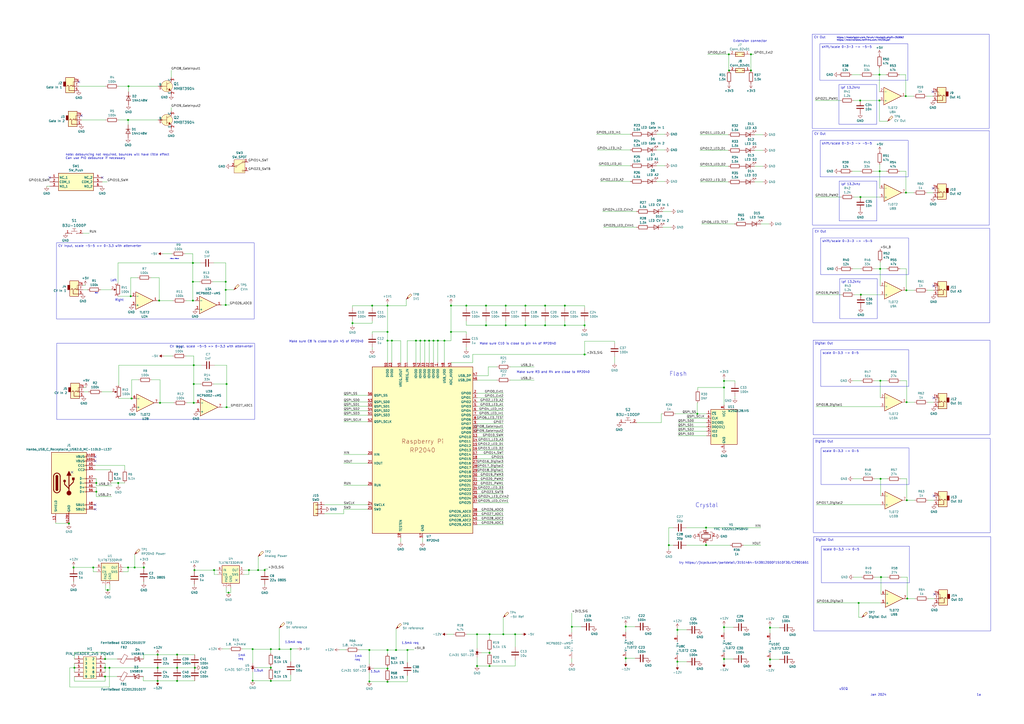
<source format=kicad_sch>
(kicad_sch (version 20230121) (generator eeschema)
  (paper "A2")
  (junction (at 55.88 285.242))
  (junction (at 111.887 163.449))
  (junction (at 214.249 377.063))
  (junction (at 339.09 188.722))
  (junction (at 409.575 306.07))
  (junction (at 387.985 316.23))
  (junction (at 419.989 220.98))
  (junction (at 112.395 211.836))
  (junction (at 130.937 176.911))
  (junction (at 157.099 394.97))
  (junction (at 276.733 386.334))
  (junction (at 510.54 155.956))
  (junction (at 78.105 329.184))
  (junction (at 224.79 197.612))
  (junction (at 254 197.612))
  (junction (at 146.558 394.843))
  (junction (at 92.329 174.371))
  (junction (at 111.887 152.527))
  (junction (at 510.667 220.853))
  (junction (at 248.92 197.612))
  (junction (at 146.558 376.555))
  (junction (at 498.094 349.758))
  (junction (at 144.399 330.708))
  (junction (at 132.588 343.789))
  (junction (at 446.659 364.109))
  (junction (at 76.327 231.14))
  (junction (at 113.03 387.35))
  (junction (at 112.395 222.758))
  (junction (at 224.79 387.858))
  (junction (at 102.743 387.35))
  (junction (at 293.37 188.722))
  (junction (at 283.972 378.714))
  (junction (at 75.819 171.831))
  (junction (at 526.288 347.218))
  (junction (at 62.484 342.265))
  (junction (at 392.938 383.794))
  (junction (at 60.96 387.35))
  (junction (at 227.33 197.612))
  (junction (at 215.9 177.292))
  (junction (at 60.96 392.43))
  (junction (at 168.656 376.555))
  (junction (at 102.743 379.73))
  (junction (at 293.37 177.292))
  (junction (at 281.94 188.722))
  (junction (at 224.79 177.292))
  (junction (at 131.445 236.22))
  (junction (at 525.78 168.402))
  (junction (at 422.91 40.894))
  (junction (at 291.973 367.919))
  (junction (at 304.8 177.292))
  (junction (at 91.44 394.97))
  (junction (at 83.439 329.184))
  (junction (at 510.159 58.293))
  (junction (at 149.733 330.708))
  (junction (at 511.048 334.772))
  (junction (at 283.972 386.334))
  (junction (at 111.887 174.371))
  (junction (at 422.783 31.496))
  (junction (at 112.776 330.708))
  (junction (at 130.937 163.449))
  (junction (at 327.66 188.722))
  (junction (at 409.575 316.23))
  (junction (at 157.099 387.35))
  (junction (at 130.937 168.148))
  (junction (at 74.295 329.184))
  (junction (at 241.3 197.612))
  (junction (at 331.724 363.601))
  (junction (at 92.837 233.68))
  (junction (at 316.23 177.292))
  (junction (at 499.364 170.942))
  (junction (at 224.79 377.063))
  (junction (at 419.989 363.855))
  (junction (at 419.989 224.79))
  (junction (at 510.159 43.307))
  (junction (at 499.11 114.3))
  (junction (at 270.51 177.292))
  (junction (at 261.62 177.292))
  (junction (at 435.61 40.894))
  (junction (at 392.938 365.379))
  (junction (at 419.989 382.27))
  (junction (at 54.102 329.184))
  (junction (at 498.983 58.293))
  (junction (at 224.79 395.478))
  (junction (at 362.966 381.889))
  (junction (at 157.099 376.555))
  (junction (at 243.84 197.612))
  (junction (at 68.58 280.162))
  (junction (at 214.249 395.351))
  (junction (at 112.395 233.68))
  (junction (at 525.399 55.753))
  (junction (at 276.733 367.919))
  (junction (at 60.96 382.27))
  (junction (at 124.206 330.708))
  (junction (at 102.743 394.97))
  (junction (at 404.495 240.03))
  (junction (at 510.794 277.749))
  (junction (at 251.46 197.612))
  (junction (at 281.94 177.292))
  (junction (at 525.526 111.76))
  (junction (at 261.62 192.532))
  (junction (at 257.81 197.612))
  (junction (at 316.23 188.722))
  (junction (at 74.549 50.038))
  (junction (at 91.44 387.35))
  (junction (at 298.831 367.919))
  (junction (at 510.286 99.314))
  (junction (at 74.295 69.596))
  (junction (at 246.38 197.612))
  (junction (at 43.18 387.35))
  (junction (at 153.543 330.708))
  (junction (at 55.88 280.162))
  (junction (at 229.743 377.063))
  (junction (at 40.005 303.657))
  (junction (at 283.972 367.919))
  (junction (at 339.09 205.613))
  (junction (at 63.5 387.35))
  (junction (at 362.966 363.474))
  (junction (at 525.907 233.299))
  (junction (at 42.672 329.184))
  (junction (at 224.79 192.532))
  (junction (at 91.44 379.73))
  (junction (at 526.034 290.195))
  (junction (at 162.052 376.555))
  (junction (at 204.47 187.452))
  (junction (at 236.347 377.063))
  (junction (at 446.659 382.524))
  (junction (at 131.445 222.758))
  (junction (at 304.8 188.722))
  (junction (at 327.66 177.292))
  (junction (at 435.61 31.496))
  (no_connect (at 59.309 102.997))
  (no_connect (at 55.245 292.862))
  (no_connect (at 55.245 295.402))
  (no_connect (at 137.16 336.55))
  (no_connect (at 541.528 165.862))
  (no_connect (at 542.036 344.678))
  (no_connect (at 41.783 273.939))
  (no_connect (at 541.147 53.213))
  (no_connect (at 45.72 47.498))
  (no_connect (at 47.244 67.056))
  (no_connect (at 541.782 287.655))
  (no_connect (at 541.655 230.759))
  (no_connect (at 55.245 267.462))
  (no_connect (at 55.245 264.922))
  (no_connect (at 28.829 102.997))
  (no_connect (at 541.274 109.22))
  (wire (pts (xy 215.9 178.562) (xy 215.9 177.292)))
  (wire (pts (xy 131.445 236.22) (xy 131.445 222.758)))
  (wire (pts (xy 204.47 178.562) (xy 204.47 177.292)))
  (wire (pts (xy 298.831 375.285) (xy 298.831 367.919)))
  (wire (pts (xy 224.282 387.731) (xy 216.789 387.731)))
  (wire (pts (xy 40.513 387.35) (xy 40.513 398.526)))
  (wire (pts (xy 274.193 210.312) (xy 261.62 210.312)))
  (wire (pts (xy 42.672 329.184) (xy 42.672 329.819)))
  (wire (pts (xy 270.51 177.292) (xy 281.94 177.292)))
  (wire (pts (xy 42.672 337.439) (xy 42.672 338.074)))
  (wire (pts (xy 62.484 342.265) (xy 63.754 342.265)))
  (wire (pts (xy 339.09 188.722) (xy 339.09 189.992)))
  (wire (pts (xy 406.908 129.921) (xy 426.085 129.921)))
  (wire (pts (xy 61.214 339.344) (xy 61.214 342.265)))
  (wire (pts (xy 510.159 43.307) (xy 514.096 43.307)))
  (wire (pts (xy 157.099 387.35) (xy 156.591 387.35)))
  (wire (pts (xy 199.39 238.252) (xy 213.36 238.252)))
  (wire (pts (xy 156.591 387.223) (xy 149.098 387.223)))
  (wire (pts (xy 111.887 152.527) (xy 116.332 152.527)))
  (wire (pts (xy 107.95 174.371) (xy 111.887 174.371)))
  (wire (pts (xy 60.96 387.35) (xy 60.96 389.89)))
  (wire (pts (xy 295.91 220.472) (xy 309.88 220.472)))
  (wire (pts (xy 45.72 50.038) (xy 61.214 50.038)))
  (wire (pts (xy 48.641 227.33) (xy 51.308 227.33)))
  (wire (pts (xy 224.409 395.351) (xy 214.249 395.351)))
  (wire (pts (xy 494.284 99.314) (xy 499.11 99.314)))
  (wire (pts (xy 68.453 171.831) (xy 75.819 171.831)))
  (wire (pts (xy 276.86 258.572) (xy 292.1 258.572)))
  (wire (pts (xy 232.41 210.312) (xy 232.41 197.612)))
  (wire (pts (xy 91.44 379.73) (xy 102.743 379.73)))
  (wire (pts (xy 270.51 193.802) (xy 270.51 192.532)))
  (wire (pts (xy 276.86 243.332) (xy 292.1 243.332)))
  (wire (pts (xy 276.86 253.492) (xy 292.1 253.492)))
  (wire (pts (xy 276.86 230.632) (xy 292.1 230.632)))
  (wire (pts (xy 68.58 281.432) (xy 68.58 280.162)))
  (wire (pts (xy 522.097 155.956) (xy 525.78 155.956)))
  (wire (pts (xy 132.588 343.789) (xy 133.858 343.789)))
  (wire (pts (xy 257.81 210.312) (xy 257.81 197.612)))
  (wire (pts (xy 446.659 384.683) (xy 446.659 382.524)))
  (wire (pts (xy 224.282 387.858) (xy 224.282 387.731)))
  (wire (pts (xy 55.88 280.162) (xy 55.245 280.162)))
  (wire (pts (xy 42.672 329.184) (xy 54.102 329.184)))
  (wire (pts (xy 437.769 78.105) (xy 442.595 78.105)))
  (wire (pts (xy 43.18 392.43) (xy 43.18 395.097)))
  (wire (pts (xy 537.718 111.76) (xy 541.274 111.76)))
  (wire (pts (xy 384.175 240.03) (xy 383.667 240.03)))
  (wire (pts (xy 276.86 276.352) (xy 292.1 276.352)))
  (wire (pts (xy 78.105 321.564) (xy 78.105 329.184)))
  (wire (pts (xy 419.989 224.79) (xy 419.989 234.95)))
  (wire (pts (xy 404.749 224.79) (xy 419.989 224.79)))
  (wire (pts (xy 91.44 174.371) (xy 92.329 174.371)))
  (wire (pts (xy 32.385 303.657) (xy 40.005 303.657)))
  (wire (pts (xy 213.36 281.432) (xy 199.39 281.432)))
  (wire (pts (xy 40.513 398.526) (xy 63.5 398.526)))
  (wire (pts (xy 111.887 152.527) (xy 68.453 152.527)))
  (wire (pts (xy 92.329 161.036) (xy 92.329 174.371)))
  (wire (pts (xy 133.858 343.789) (xy 133.858 340.868)))
  (wire (pts (xy 224.79 176.022) (xy 224.79 177.292)))
  (wire (pts (xy 199.39 297.942) (xy 188.214 297.942)))
  (wire (pts (xy 60.96 387.35) (xy 63.5 387.35)))
  (wire (pts (xy 215.9 177.292) (xy 224.79 177.292)))
  (wire (pts (xy 83.185 394.97) (xy 91.44 394.97)))
  (wire (pts (xy 525.399 55.753) (xy 529.971 55.753)))
  (wire (pts (xy 398.399 242.57) (xy 409.829 242.57)))
  (wire (pts (xy 276.86 304.292) (xy 292.1 304.292)))
  (wire (pts (xy 64.135 280.162) (xy 68.58 280.162)))
  (wire (pts (xy 507.111 220.853) (xy 510.667 220.853)))
  (wire (pts (xy 43.18 384.81) (xy 43.18 387.35)))
  (wire (pts (xy 383.667 240.03) (xy 383.667 245.11)))
  (wire (pts (xy 473.202 170.942) (xy 487.934 170.942)))
  (wire (pts (xy 107.315 147.193) (xy 111.887 147.193)))
  (wire (pts (xy 248.92 197.612) (xy 251.46 197.612)))
  (wire (pts (xy 522.351 277.749) (xy 526.034 277.749)))
  (wire (pts (xy 74.295 69.596) (xy 91.694 69.596)))
  (wire (pts (xy 102.743 387.35) (xy 113.03 387.35)))
  (wire (pts (xy 74.295 329.184) (xy 78.105 329.184)))
  (wire (pts (xy 48.641 224.79) (xy 49.911 224.79)))
  (wire (pts (xy 76.327 231.14) (xy 76.708 231.14)))
  (wire (pts (xy 499.364 170.942) (xy 510.54 170.942)))
  (wire (pts (xy 60.96 384.81) (xy 60.96 387.35)))
  (wire (pts (xy 99.314 62.357) (xy 99.314 64.516)))
  (wire (pts (xy 339.09 205.613) (xy 274.193 205.613)))
  (wire (pts (xy 441.325 129.921) (xy 446.151 129.921)))
  (wire (pts (xy 241.3 210.312) (xy 241.3 197.612)))
  (wire (pts (xy 514.858 70.358) (xy 510.159 70.358)))
  (wire (pts (xy 78.105 329.184) (xy 83.439 329.184)))
  (wire (pts (xy 74.549 50.038) (xy 91.694 50.038)))
  (wire (pts (xy 224.79 197.612) (xy 224.79 210.312)))
  (wire (pts (xy 232.41 197.612) (xy 227.33 197.612)))
  (wire (pts (xy 162.052 376.555) (xy 157.099 376.555)))
  (wire (pts (xy 99.314 40.767) (xy 99.314 44.958)))
  (wire (pts (xy 270.51 186.182) (xy 270.51 188.722)))
  (wire (pts (xy 473.456 292.735) (xy 510.794 292.735)))
  (wire (pts (xy 214.249 377.063) (xy 214.249 385.191)))
  (wire (pts (xy 215.9 193.802) (xy 215.9 192.532)))
  (wire (pts (xy 392.938 364.363) (xy 392.938 365.379)))
  (wire (pts (xy 507.492 334.772) (xy 511.048 334.772)))
  (wire (pts (xy 112.395 222.758) (xy 112.395 233.68)))
  (wire (pts (xy 199.39 233.172) (xy 213.36 233.172)))
  (wire (pts (xy 494.665 220.853) (xy 499.491 220.853)))
  (wire (pts (xy 224.79 387.858) (xy 224.79 386.969)))
  (wire (pts (xy 92.329 174.371) (xy 100.33 174.371)))
  (wire (pts (xy 331.724 355.6) (xy 331.724 363.601)))
  (wire (pts (xy 304.8 178.562) (xy 304.8 177.292)))
  (wire (pts (xy 236.347 376.936) (xy 240.157 376.936)))
  (wire (pts (xy 498.094 349.758) (xy 511.048 349.758)))
  (wire (pts (xy 276.86 271.272) (xy 292.1 271.272)))
  (wire (pts (xy 276.86 238.252) (xy 292.1 238.252)))
  (wire (pts (xy 128.397 176.911) (xy 130.937 176.911)))
  (wire (pts (xy 92.837 233.68) (xy 100.838 233.68)))
  (wire (pts (xy 419.989 362.839) (xy 419.989 363.855)))
  (wire (pts (xy 113.03 387.35) (xy 113.538 387.35)))
  (wire (pts (xy 316.23 178.562) (xy 316.23 177.292)))
  (wire (pts (xy 276.86 245.872) (xy 292.1 245.872)))
  (wire (pts (xy 72.39 272.542) (xy 72.39 270.002)))
  (wire (pts (xy 74.295 69.596) (xy 74.295 72.39)))
  (wire (pts (xy 293.37 188.722) (xy 281.94 188.722)))
  (wire (pts (xy 409.575 316.23) (xy 423.545 316.23)))
  (wire (pts (xy 276.86 263.652) (xy 292.1 263.652)))
  (wire (pts (xy 229.743 364.744) (xy 229.743 377.063)))
  (wire (pts (xy 157.099 376.555) (xy 146.558 376.555)))
  (wire (pts (xy 54.102 331.724) (xy 54.102 329.184)))
  (wire (pts (xy 68.58 280.162) (xy 72.39 280.162)))
  (wire (pts (xy 327.66 186.182) (xy 327.66 188.722)))
  (wire (pts (xy 131.445 211.836) (xy 131.445 222.758)))
  (wire (pts (xy 276.86 250.952) (xy 292.1 250.952)))
  (wire (pts (xy 510.794 287.655) (xy 510.794 277.749)))
  (wire (pts (xy 538.226 290.195) (xy 541.782 290.195)))
  (wire (pts (xy 83.312 379.73) (xy 91.44 379.73)))
  (wire (pts (xy 538.48 347.218) (xy 542.036 347.218)))
  (wire (pts (xy 112.776 330.708) (xy 124.206 330.708)))
  (wire (pts (xy 140.589 376.428) (xy 146.558 376.428)))
  (wire (pts (xy 199.39 235.712) (xy 213.36 235.712)))
  (wire (pts (xy 168.656 376.555) (xy 168.656 376.428)))
  (wire (pts (xy 276.86 261.112) (xy 292.1 261.112)))
  (wire (pts (xy 251.46 210.312) (xy 251.46 197.612)))
  (wire (pts (xy 537.591 55.753) (xy 541.147 55.753)))
  (wire (pts (xy 68.961 211.836) (xy 68.961 223.52)))
  (wire (pts (xy 236.347 395.478) (xy 224.79 395.478)))
  (wire (pts (xy 345.948 77.851) (xy 365.633 77.851)))
  (wire (pts (xy 141.478 330.708) (xy 144.399 330.708)))
  (wire (pts (xy 55.88 288.036) (xy 55.88 285.242)))
  (wire (pts (xy 390.525 306.07) (xy 387.985 306.07)))
  (wire (pts (xy 83.185 392.43) (xy 83.185 394.97)))
  (wire (pts (xy 276.86 286.512) (xy 292.1 286.512)))
  (wire (pts (xy 130.937 152.527) (xy 130.937 163.449)))
  (wire (pts (xy 276.86 291.592) (xy 295.021 291.592)))
  (wire (pts (xy 419.989 219.71) (xy 419.989 220.98)))
  (wire (pts (xy 68.834 50.038) (xy 74.549 50.038)))
  (wire (pts (xy 510.54 165.862) (xy 510.54 155.956)))
  (wire (pts (xy 525.399 43.307) (xy 525.399 55.753)))
  (wire (pts (xy 68.961 231.14) (xy 76.327 231.14)))
  (wire (pts (xy 510.54 155.956) (xy 510.54 152.019)))
  (wire (pts (xy 293.37 178.562) (xy 293.37 177.292)))
  (wire (pts (xy 153.543 330.073) (xy 153.543 330.708)))
  (wire (pts (xy 426.339 222.25) (xy 426.339 220.98)))
  (wire (pts (xy 276.86 281.432) (xy 292.1 281.432)))
  (wire (pts (xy 369.316 245.11) (xy 383.667 245.11)))
  (wire (pts (xy 124.206 333.248) (xy 124.206 330.708)))
  (wire (pts (xy 112.776 330.708) (xy 112.776 331.343)))
  (wire (pts (xy 245.11 311.912) (xy 245.11 314.452)))
  (wire (pts (xy 409.575 314.96) (xy 409.575 316.23)))
  (wire (pts (xy 108.458 233.68) (xy 112.395 233.68)))
  (wire (pts (xy 522.605 334.772) (xy 526.288 334.772)))
  (wire (pts (xy 235.712 177.292) (xy 224.79 177.292)))
  (wire (pts (xy 331.724 363.601) (xy 331.724 366.776)))
  (wire (pts (xy 112.395 211.836) (xy 116.84 211.836)))
  (wire (pts (xy 42.672 328.549) (xy 42.672 329.184)))
  (wire (pts (xy 521.843 99.314) (xy 525.526 99.314)))
  (wire (pts (xy 92.837 220.345) (xy 92.837 233.68)))
  (wire (pts (xy 446.659 364.109) (xy 452.12 364.109)))
  (wire (pts (xy 55.88 281.813) (xy 55.88 280.162)))
  (wire (pts (xy 276.86 278.892) (xy 292.1 278.892)))
  (wire (pts (xy 88.011 220.345) (xy 92.837 220.345)))
  (wire (pts (xy 130.937 176.911) (xy 133.223 176.911)))
  (wire (pts (xy 55.88 282.702) (xy 55.88 285.242)))
  (wire (pts (xy 196.85 376.936) (xy 200.66 376.936)))
  (wire (pts (xy 409.829 252.73) (xy 393.319 252.73)))
  (wire (pts (xy 157.099 387.35) (xy 157.099 386.461)))
  (wire (pts (xy 435.61 31.496) (xy 435.483 31.496)))
  (wire (pts (xy 224.79 377.063) (xy 214.249 377.063)))
  (wire (pts (xy 243.84 197.612) (xy 246.38 197.612)))
  (wire (pts (xy 298.831 367.919) (xy 291.973 367.919)))
  (wire (pts (xy 270.764 367.919) (xy 276.733 367.919)))
  (wire (pts (xy 526.034 277.749) (xy 526.034 290.195)))
  (wire (pts (xy 156.718 394.843) (xy 146.558 394.843)))
  (wire (pts (xy 55.88 281.813) (xy 65.024 281.813)))
  (wire (pts (xy 43.18 395.097) (xy 60.96 395.097)))
  (wire (pts (xy 362.966 363.474) (xy 368.427 363.474)))
  (wire (pts (xy 156.718 394.97) (xy 157.099 394.97)))
  (wire (pts (xy 384.429 131.826) (xy 389.255 131.826)))
  (wire (pts (xy 261.62 192.532) (xy 261.62 197.612)))
  (wire (pts (xy 521.716 43.307) (xy 525.399 43.307)))
  (wire (pts (xy 339.09 178.562) (xy 339.09 177.292)))
  (wire (pts (xy 437.769 105.537) (xy 442.595 105.537)))
  (wire (pts (xy 254 197.612) (xy 257.81 197.612)))
  (wire (pts (xy 131.445 236.22) (xy 133.731 236.22)))
  (wire (pts (xy 208.28 376.936) (xy 214.249 376.936)))
  (wire (pts (xy 215.9 192.532) (xy 224.79 192.532)))
  (wire (pts (xy 156.591 387.35) (xy 156.591 387.223)))
  (wire (pts (xy 146.558 376.555) (xy 146.558 384.683)))
  (wire (pts (xy 316.23 188.722) (xy 304.8 188.722)))
  (wire (pts (xy 49.53 165.481) (xy 48.133 165.481)))
  (wire (pts (xy 276.733 367.919) (xy 276.733 376.174)))
  (wire (pts (xy 298.831 386.334) (xy 283.972 386.334)))
  (wire (pts (xy 494.538 155.956) (xy 499.364 155.956)))
  (wire (pts (xy 406.019 78.105) (xy 422.529 78.105)))
  (wire (pts (xy 94.996 206.502) (xy 100.203 206.502)))
  (wire (pts (xy 276.86 248.412) (xy 292.1 248.412)))
  (wire (pts (xy 87.503 161.036) (xy 92.329 161.036)))
  (wire (pts (xy 525.907 233.299) (xy 530.479 233.299)))
  (wire (pts (xy 525.526 111.76) (xy 530.098 111.76)))
  (wire (pts (xy 510.54 155.956) (xy 514.477 155.956)))
  (wire (pts (xy 48.133 168.021) (xy 50.8 168.021)))
  (wire (pts (xy 406.019 96.393) (xy 422.529 96.393)))
  (wire (pts (xy 276.86 296.672) (xy 292.1 296.672)))
  (wire (pts (xy 435.61 31.496) (xy 435.61 40.894)))
  (wire (pts (xy 327.66 188.722) (xy 316.23 188.722)))
  (wire (pts (xy 62.23 105.537) (xy 59.309 105.537)))
  (wire (pts (xy 510.286 109.22) (xy 510.286 99.314)))
  (wire (pts (xy 291.973 358.14) (xy 291.973 367.919)))
  (wire (pts (xy 409.575 306.07) (xy 441.325 306.07)))
  (wire (pts (xy 246.38 210.312) (xy 246.38 197.612)))
  (wire (pts (xy 495.3 114.3) (xy 499.11 114.3)))
  (wire (pts (xy 276.733 386.334) (xy 276.733 381.254)))
  (wire (pts (xy 68.453 152.527) (xy 68.453 164.211)))
  (wire (pts (xy 76.327 220.345) (xy 80.391 220.345)))
  (wire (pts (xy 144.399 333.248) (xy 144.399 330.708)))
  (wire (pts (xy 251.46 197.612) (xy 254 197.612)))
  (wire (pts (xy 241.3 197.612) (xy 243.84 197.612)))
  (wire (pts (xy 116.332 222.758) (xy 112.395 222.758)))
  (wire (pts (xy 276.86 268.732) (xy 292.1 268.732)))
  (wire (pts (xy 75.819 171.831) (xy 76.2 171.831)))
  (wire (pts (xy 276.86 301.752) (xy 292.1 301.752)))
  (wire (pts (xy 316.23 186.182) (xy 316.23 188.722)))
  (wire (pts (xy 437.769 96.393) (xy 442.595 96.393)))
  (wire (pts (xy 526.288 347.218) (xy 530.86 347.218)))
  (wire (pts (xy 510.159 70.358) (xy 510.159 58.293)))
  (wire (pts (xy 392.938 365.379) (xy 398.399 365.379)))
  (wire (pts (xy 446.659 364.109) (xy 446.659 367.284)))
  (wire (pts (xy 298.831 382.905) (xy 298.831 386.334)))
  (wire (pts (xy 74.295 331.724) (xy 74.295 329.184)))
  (wire (pts (xy 83.439 329.184) (xy 83.439 329.946)))
  (wire (pts (xy 494.792 277.749) (xy 499.618 277.749)))
  (wire (pts (xy 437.388 31.496) (xy 435.61 31.496)))
  (wire (pts (xy 214.249 377.063) (xy 214.249 376.936)))
  (wire (pts (xy 510.286 99.314) (xy 510.286 95.377)))
  (wire (pts (xy 276.86 220.472) (xy 288.29 220.472)))
  (wire (pts (xy 60.96 395.097) (xy 60.96 392.43)))
  (wire (pts (xy 83.439 337.566) (xy 83.439 338.201)))
  (wire (pts (xy 404.495 240.03) (xy 409.829 240.03)))
  (wire (pts (xy 276.86 289.052) (xy 295.148 289.052)))
  (wire (pts (xy 261.62 177.292) (xy 261.62 192.532)))
  (wire (pts (xy 526.288 334.772) (xy 526.288 347.218)))
  (wire (pts (xy 111.887 174.371) (xy 113.157 174.371)))
  (wire (pts (xy 380.873 96.139) (xy 385.699 96.139)))
  (wire (pts (xy 224.79 192.532) (xy 224.79 197.612)))
  (wire (pts (xy 55.88 288.036) (xy 64.77 288.036)))
  (wire (pts (xy 495.046 334.772) (xy 499.872 334.772)))
  (wire (pts (xy 392.938 365.379) (xy 392.938 368.554)))
  (wire (pts (xy 75.819 161.036) (xy 75.819 171.831)))
  (wire (pts (xy 404.495 233.68) (xy 404.495 240.03)))
  (wire (pts (xy 149.733 322.834) (xy 149.733 330.708)))
  (wire (pts (xy 506.73 99.314) (xy 510.286 99.314)))
  (wire (pts (xy 346.456 86.995) (xy 365.633 86.995)))
  (wire (pts (xy 283.972 378.714) (xy 279.273 378.714)))
  (wire (pts (xy 274.193 205.613) (xy 274.193 210.312)))
  (wire (pts (xy 215.9 187.452) (xy 215.9 186.182)))
  (wire (pts (xy 124.206 330.708) (xy 126.238 330.708)))
  (wire (pts (xy 419.989 363.855) (xy 425.45 363.855)))
  (wire (pts (xy 281.94 188.722) (xy 270.51 188.722)))
  (wire (pts (xy 499.999 358.14) (xy 498.094 358.14)))
  (wire (pts (xy 232.41 311.912) (xy 232.41 314.452)))
  (wire (pts (xy 27.051 108.077) (xy 28.829 108.077)))
  (wire (pts (xy 431.165 316.23) (xy 441.325 316.23)))
  (wire (pts (xy 130.937 163.449) (xy 123.444 163.449)))
  (wire (pts (xy 525.526 99.314) (xy 525.526 111.76)))
  (wire (pts (xy 55.88 285.242) (xy 55.245 285.242)))
  (wire (pts (xy 404.495 233.68) (xy 404.749 233.68)))
  (wire (pts (xy 473.329 235.839) (xy 510.667 235.839)))
  (wire (pts (xy 409.829 245.11) (xy 393.319 245.11)))
  (wire (pts (xy 71.374 329.184) (xy 74.295 329.184)))
  (wire (pts (xy 60.96 382.27) (xy 68.072 382.27)))
  (wire (pts (xy 130.937 168.148) (xy 130.937 163.449)))
  (wire (pts (xy 276.86 299.212) (xy 292.1 299.212)))
  (wire (pts (xy 257.81 197.612) (xy 261.62 197.612)))
  (wire (pts (xy 526.034 290.195) (xy 530.606 290.195)))
  (wire (pts (xy 224.409 395.478) (xy 224.409 395.351)))
  (wire (pts (xy 43.18 378.46) (xy 60.96 378.46)))
  (wire (pts (xy 126.238 333.248) (xy 124.206 333.248)))
  (wire (pts (xy 380.873 105.283) (xy 385.699 105.283)))
  (wire (pts (xy 236.347 384.302) (xy 236.347 377.063)))
  (wire (pts (xy 398.145 306.07) (xy 409.575 306.07)))
  (wire (pts (xy 43.18 387.35) (xy 40.513 387.35)))
  (wire (pts (xy 213.36 244.602) (xy 199.39 244.602)))
  (wire (pts (xy 270.51 201.422) (xy 270.51 202.692)))
  (wire (pts (xy 350.012 131.826) (xy 369.189 131.826)))
  (wire (pts (xy 91.44 387.35) (xy 102.743 387.35)))
  (wire (pts (xy 349.504 122.682) (xy 369.189 122.682)))
  (wire (pts (xy 83.312 382.27) (xy 83.312 379.73)))
  (wire (pts (xy 276.86 256.032) (xy 292.1 256.032)))
  (wire (pts (xy 498.983 58.293) (xy 510.159 58.293)))
  (wire (pts (xy 304.8 186.182) (xy 304.8 188.722)))
  (wire (pts (xy 47.244 69.596) (xy 61.214 69.596)))
  (wire (pts (xy 248.92 210.312) (xy 248.92 197.612)))
  (wire (pts (xy 283.972 370.205) (xy 283.972 367.919)))
  (wire (pts (xy 472.948 114.3) (xy 487.68 114.3)))
  (wire (pts (xy 298.831 367.919) (xy 302.641 367.919)))
  (wire (pts (xy 214.249 395.351) (xy 214.249 390.271)))
  (wire (pts (xy 91.948 233.68) (xy 92.837 233.68)))
  (wire (pts (xy 276.86 273.812) (xy 292.1 273.812)))
  (wire (pts (xy 58.42 168.021) (xy 64.643 168.021)))
  (wire (pts (xy 55.88 277.622) (xy 55.245 277.622)))
  (wire (pts (xy 60.96 378.46) (xy 60.96 382.27)))
  (wire (pts (xy 283.972 367.919) (xy 276.733 367.919)))
  (wire (pts (xy 525.78 168.402) (xy 530.352 168.402)))
  (wire (pts (xy 510.667 220.853) (xy 514.604 220.853)))
  (wire (pts (xy 392.938 383.794) (xy 398.399 383.794)))
  (wire (pts (xy 404.749 226.06) (xy 404.749 224.79)))
  (wire (pts (xy 510.794 277.749) (xy 514.731 277.749)))
  (wire (pts (xy 291.973 367.919) (xy 283.972 367.919)))
  (wire (pts (xy 68.834 69.596) (xy 74.295 69.596)))
  (wire (pts (xy 398.145 316.23) (xy 409.575 316.23)))
  (wire (pts (xy 156.718 394.97) (xy 156.718 394.843)))
  (wire (pts (xy 339.09 205.613) (xy 339.09 197.993)))
  (wire (pts (xy 199.39 263.652) (xy 213.36 263.652)))
  (wire (pts (xy 168.656 376.428) (xy 172.466 376.428)))
  (wire (pts (xy 283.21 212.852) (xy 288.29 212.852)))
  (wire (pts (xy 83.439 328.549) (xy 83.439 329.184)))
  (wire (pts (xy 419.989 220.98) (xy 419.989 224.79)))
  (wire (pts (xy 112.776 338.963) (xy 112.776 339.598)))
  (wire (pts (xy 71.374 331.724) (xy 74.295 331.724)))
  (wire (pts (xy 525.78 155.956) (xy 525.78 168.402)))
  (wire (pts (xy 112.395 211.836) (xy 68.961 211.836)))
  (wire (pts (xy 281.94 178.562) (xy 281.94 177.292)))
  (wire (pts (xy 131.318 343.789) (xy 132.588 343.789)))
  (wire (pts (xy 406.146 105.537) (xy 422.529 105.537)))
  (wire (pts (xy 281.94 186.182) (xy 281.94 188.722)))
  (wire (pts (xy 327.66 178.562) (xy 327.66 177.292)))
  (wire (pts (xy 391.795 240.03) (xy 404.495 240.03)))
  (wire (pts (xy 510.159 39.37) (xy 510.159 43.307)))
  (wire (pts (xy 293.37 177.292) (xy 304.8 177.292)))
  (wire (pts (xy 111.887 147.193) (xy 111.887 152.527)))
  (wire (pts (xy 276.86 283.972) (xy 292.1 283.972)))
  (wire (pts (xy 146.558 376.555) (xy 146.558 376.428)))
  (wire (pts (xy 384.429 122.682) (xy 389.255 122.682)))
  (wire (pts (xy 304.8 177.292) (xy 316.23 177.292)))
  (wire (pts (xy 40.005 303.657) (xy 40.005 303.022)))
  (wire (pts (xy 131.445 222.758) (xy 123.952 222.758)))
  (wire (pts (xy 162.052 364.236) (xy 162.052 376.555)))
  (wire (pts (xy 131.318 340.868) (xy 131.318 343.789)))
  (wire (pts (xy 102.743 394.97) (xy 113.03 394.97)))
  (wire (pts (xy 141.478 333.248) (xy 144.399 333.248)))
  (wire (pts (xy 199.39 295.402) (xy 199.39 297.942)))
  (wire (pts (xy 63.5 387.35) (xy 91.44 387.35)))
  (wire (pts (xy 111.887 152.527) (xy 111.887 163.449)))
  (wire (pts (xy 387.985 306.07) (xy 387.985 316.23)))
  (wire (pts (xy 506.603 43.307) (xy 510.159 43.307)))
  (wire (pts (xy 498.094 349.758) (xy 498.094 358.14)))
  (wire (pts (xy 340.233 205.613) (xy 339.09 205.613)))
  (wire (pts (xy 259.334 367.919) (xy 263.144 367.919)))
  (wire (pts (xy 243.84 210.312) (xy 243.84 197.612)))
  (wire (pts (xy 229.743 377.063) (xy 224.79 377.063)))
  (wire (pts (xy 153.543 339.09) (xy 153.543 339.725)))
  (wire (pts (xy 153.543 330.073) (xy 155.448 330.073)))
  (wire (pts (xy 525.907 220.853) (xy 525.907 233.299)))
  (wire (pts (xy 236.347 391.922) (xy 236.347 395.478)))
  (wire (pts (xy 55.88 282.702) (xy 55.245 282.702)))
  (wire (pts (xy 499.11 114.3) (xy 510.286 114.3)))
  (wire (pts (xy 112.776 330.073) (xy 112.776 330.708)))
  (wire (pts (xy 283.972 378.714) (xy 283.972 377.825)))
  (wire (pts (xy 112.395 206.502) (xy 112.395 211.836)))
  (wire (pts (xy 55.245 270.002) (xy 72.39 270.002)))
  (wire (pts (xy 276.86 235.712) (xy 292.1 235.712)))
  (wire (pts (xy 362.966 362.458) (xy 362.966 363.474)))
  (wire (pts (xy 276.86 228.092) (xy 292.1 228.092)))
  (wire (pts (xy 63.754 342.265) (xy 63.754 339.344)))
  (wire (pts (xy 235.712 173.609) (xy 235.712 177.292)))
  (wire (pts (xy 261.62 192.532) (xy 270.51 192.532)))
  (wire (pts (xy 437.769 87.249) (xy 442.595 87.249)))
  (wire (pts (xy 124.46 211.836) (xy 131.445 211.836)))
  (wire (pts (xy 236.22 210.312) (xy 236.22 197.612)))
  (wire (pts (xy 144.399 330.708) (xy 149.733 330.708)))
  (wire (pts (xy 112.395 233.68) (xy 113.665 233.68)))
  (wire (pts (xy 224.79 177.292) (xy 224.79 192.532)))
  (wire (pts (xy 157.099 378.841) (xy 157.099 376.555)))
  (wire (pts (xy 51.816 135.382) (xy 48.133 135.382)))
  (wire (pts (xy 380.873 77.851) (xy 385.699 77.851)))
  (wire (pts (xy 130.937 176.911) (xy 130.937 168.148)))
  (wire (pts (xy 339.09 197.993) (xy 356.489 197.993)))
  (wire (pts (xy 107.823 206.502) (xy 112.395 206.502)))
  (wire (pts (xy 506.984 155.956) (xy 510.54 155.956)))
  (wire (pts (xy 510.159 53.213) (xy 510.159 43.307)))
  (wire (pts (xy 276.733 386.334) (xy 283.972 386.334)))
  (wire (pts (xy 146.558 394.843) (xy 146.558 389.763)))
  (wire (pts (xy 283.21 212.852) (xy 283.21 217.932)))
  (wire (pts (xy 362.966 384.048) (xy 362.966 381.889)))
  (wire (pts (xy 43.18 382.27) (xy 43.18 378.46)))
  (wire (pts (xy 409.829 250.19) (xy 393.319 250.19)))
  (wire (pts (xy 419.989 382.27) (xy 425.45 382.27)))
  (wire (pts (xy 58.928 227.33) (xy 65.151 227.33)))
  (wire (pts (xy 331.724 384.175) (xy 331.724 382.016)))
  (wire (pts (xy 356.489 206.883) (xy 356.489 210.693)))
  (wire (pts (xy 316.23 177.292) (xy 327.66 177.292)))
  (wire (pts (xy 61.214 342.265) (xy 62.484 342.265)))
  (wire (pts (xy 347.345 96.139) (xy 365.633 96.139)))
  (wire (pts (xy 339.09 186.182) (xy 339.09 188.722)))
  (wire (pts (xy 204.47 186.182) (xy 204.47 187.452)))
  (wire (pts (xy 40.005 304.292) (xy 40.005 303.657)))
  (wire (pts (xy 380.873 86.995) (xy 385.699 86.995)))
  (wire (pts (xy 426.339 220.98) (xy 419.989 220.98)))
  (wire (pts (xy 204.47 187.452) (xy 204.47 188.722)))
  (wire (pts (xy 293.37 186.182) (xy 293.37 188.722)))
  (wire (pts (xy 215.9 201.422) (xy 215.9 202.692)))
  (wire (pts (xy 55.88 277.622) (xy 55.88 280.162)))
  (wire (pts (xy 227.33 210.312) (xy 227.33 197.612)))
  (wire (pts (xy 446.659 382.524) (xy 452.12 382.524)))
  (wire (pts (xy 472.821 58.293) (xy 487.553 58.293)))
  (wire (pts (xy 276.86 266.192) (xy 292.1 266.192)))
  (wire (pts (xy 130.937 168.148) (xy 135.636 168.148)))
  (wire (pts (xy 236.347 377.063) (xy 229.743 377.063)))
  (wire (pts (xy 55.245 272.542) (xy 64.135 272.542)))
  (wire (pts (xy 422.783 31.496) (xy 422.783 40.894)))
  (wire (pts (xy 510.286 99.314) (xy 514.223 99.314)))
  (wire (pts (xy 224.79 387.858) (xy 224.282 387.858)))
  (wire (pts (xy 362.966 363.474) (xy 362.966 366.649)))
  (wire (pts (xy 327.66 188.722) (xy 339.09 188.722)))
  (wire (pts (xy 204.47 177.292) (xy 215.9 177.292)))
  (wire (pts (xy 348.234 105.283) (xy 365.633 105.283)))
  (wire (pts (xy 75.819 161.036) (xy 79.883 161.036)))
  (wire (pts (xy 153.543 330.708) (xy 153.543 331.47)))
  (wire (pts (xy 538.099 233.299) (xy 541.655 233.299)))
  (wire (pts (xy 419.989 384.429) (xy 419.989 382.27)))
  (wire (pts (xy 188.214 292.862) (xy 213.36 292.862)))
  (wire (pts (xy 446.659 363.093) (xy 446.659 364.109)))
  (wire (pts (xy 94.488 147.193) (xy 99.695 147.193)))
  (wire (pts (xy 494.157 43.307) (xy 498.983 43.307)))
  (wire (pts (xy 204.47 187.452) (xy 215.9 187.452)))
  (wire (pts (xy 522.224 220.853) (xy 525.907 220.853)))
  (wire (pts (xy 168.656 394.97) (xy 157.099 394.97)))
  (wire (pts (xy 213.36 229.362) (xy 199.39 229.362)))
  (wire (pts (xy 409.575 307.34) (xy 409.575 306.07)))
  (wire (pts (xy 32.385 303.022) (xy 32.385 303.657)))
  (wire (pts (xy 112.395 211.836) (xy 112.395 222.758)))
  (wire (pts (xy 426.339 229.87) (xy 426.339 231.14)))
  (wire (pts (xy 91.44 394.97) (xy 102.743 394.97)))
  (wire (pts (xy 419.989 363.855) (xy 419.989 367.03)))
  (wire (pts (xy 60.96 392.43) (xy 67.945 392.43)))
  (wire (pts (xy 236.347 377.063) (xy 236.347 376.936)))
  (wire (pts (xy 356.489 199.263) (xy 356.489 197.993)))
  (wire (pts (xy 511.048 344.678) (xy 511.048 334.772)))
  (wire (pts (xy 213.36 268.732) (xy 199.39 268.732)))
  (wire (pts (xy 123.952 152.527) (xy 130.937 152.527)))
  (wire (pts (xy 149.733 330.708) (xy 153.543 330.708)))
  (wire (pts (xy 227.33 197.612) (xy 224.79 197.612)))
  (wire (pts (xy 128.905 236.22) (xy 131.445 236.22)))
  (wire (pts (xy 331.724 363.601) (xy 337.185 363.601)))
  (wire (pts (xy 56.134 331.724) (xy 54.102 331.724)))
  (wire (pts (xy 261.62 176.022) (xy 261.62 177.292)))
  (wire (pts (xy 115.824 163.449) (xy 111.887 163.449)))
  (wire (pts (xy 473.71 349.758) (xy 498.094 349.758)))
  (wire (pts (xy 507.238 277.749) (xy 510.794 277.749)))
  (wire (pts (xy 537.972 168.402) (xy 541.528 168.402)))
  (wire (pts (xy 495.173 58.293) (xy 498.983 58.293)))
  (wire (pts (xy 111.887 163.449) (xy 111.887 174.371)))
  (wire (pts (xy 213.36 295.402) (xy 199.39 295.402)))
  (wire (pts (xy 387.985 316.23) (xy 387.985 318.77)))
  (wire (pts (xy 246.38 197.612) (xy 248.92 197.612)))
  (wire (pts (xy 409.829 247.65) (xy 393.319 247.65)))
  (wire (pts (xy 168.656 376.555) (xy 162.052 376.555)))
  (wire (pts (xy 276.86 217.932) (xy 283.21 217.932)))
  (wire (pts (xy 236.22 197.612) (xy 241.3 197.612)))
  (wire (pts (xy 261.62 177.292) (xy 270.51 177.292)))
  (wire (pts (xy 254 197.612) (xy 254 210.312)))
  (wire (pts (xy 362.966 381.889) (xy 368.427 381.889)))
  (wire (pts (xy 224.409 395.478) (xy 224.79 395.478)))
  (wire (pts (xy 199.39 240.792) (xy 213.36 240.792)))
  (wire (pts (xy 276.86 240.792) (xy 292.1 240.792)))
  (wire (pts (xy 422.783 40.894) (xy 422.91 40.894)))
  (wire (pts (xy 276.86 233.172) (xy 292.1 233.172)))
  (wire (pts (xy 410.464 31.496) (xy 422.783 31.496)))
  (wire (pts (xy 510.667 230.759) (xy 510.667 220.853)))
  (wire (pts (xy 43.18 387.35) (xy 43.18 389.89)))
  (wire (pts (xy 495.554 170.942) (xy 499.364 170.942)))
  (wire (pts (xy 168.656 391.414) (xy 168.656 394.97)))
  (wire (pts (xy 281.94 177.292) (xy 293.37 177.292)))
  (wire (pts (xy 390.525 316.23) (xy 387.985 316.23)))
  (wire (pts (xy 76.327 220.345) (xy 76.327 231.14)))
  (wire (pts (xy 406.019 87.249) (xy 422.529 87.249)))
  (wire (pts (xy 168.656 383.794) (xy 168.656 376.555)))
  (wire (pts (xy 511.048 334.772) (xy 514.985 334.772)))
  (wire (pts (xy 327.66 177.292) (xy 339.09 177.292)))
  (wire (pts (xy 224.79 379.349) (xy 224.79 377.063)))
  (wire (pts (xy 54.102 329.184) (xy 56.134 329.184)))
  (wire (pts (xy 295.91 212.852) (xy 309.88 212.852)))
  (wire (pts (xy 63.5 398.526) (xy 63.5 387.35)))
  (wire (pts (xy 129.159 376.428) (xy 132.969 376.428)))
  (wire (pts (xy 392.938 385.953) (xy 392.938 383.794)))
  (wire (pts (xy 304.8 188.722) (xy 293.37 188.722)))
  (wire (pts (xy 270.51 178.562) (xy 270.51 177.292)))
  (wire (pts (xy 102.743 379.73) (xy 113.03 379.73)))
  (wire (pts (xy 74.549 50.038) (xy 74.549 53.213)))
  (text_box "Digital Out" (at 472.059 311.277 0) (size 102.616 54.737) (effects (font (size 1.27 1.27)) (justify left top)))
  (text_box "Digital Out" (at 471.678 197.358 0) (size 102.616 54.737) (effects (font (size 1.27 1.27)) (justify left top)))
  (text_box "CV Input, scale -5-5 => 0-3.3 with attenverter" (at 32.766 140.843 0) (size 114.681 44.196) (effects (font (size 1.27 1.27)) (justify left top)))
  (text_box "CV Input, scale -5-5 => 0-3.3 with attenverter" (at 32.893 199.136 0) (size 114.808 44.196) (effects (font (size 1.27 1.27)) (justify right top)))
  (text_box "shift/scale 0-3-3 -> -5-5" (at 475.996 138.049 0) (size 51.054 21.209) (effects (font (size 1.27 1.27)) (justify left top)))
  (text_box "scale 0-3.3 -> 0-5" (at 476.504 316.865 0) (size 51.054 21.209) (effects (font (size 1.27 1.27)) (justify left top)))
  (text_box "CV Out" (at 471.17 19.812 0) (size 102.616 54.737) (effects (font (size 1.27 1.27)) (justify left top)))
  (text_box "scale 0-3.3 -> 0-5" (at 476.123 202.946 0) (size 51.054 21.209) (effects (font (size 1.27 1.27)) (justify left top)))
  (text_box "CV Out" (at 471.297 75.819 0) (size 102.616 54.737) (effects (font (size 1.27 1.27)) (justify left top)))
  (text_box "scale 0-3.3 -> 0-5" (at 476.25 259.842 0) (size 51.054 21.209) (effects (font (size 1.27 1.27)) (justify left top)))
  (text_box "shift/scale 0-3-3 -> -5-5" (at 475.742 81.407 0) (size 51.054 21.209) (effects (font (size 1.27 1.27)) (justify left top)))
  (text_box "Digital Out" (at 471.805 254.254 0) (size 102.616 54.737) (effects (font (size 1.27 1.27)) (justify left top)))
  (text_box "lpf 13.2kHz\n" (at 487.045 161.671 0) (size 21.844 23.114) (effects (font (size 1.27 1.27)) (justify left top)))
  (text_box "CV Out" (at 471.551 132.461 0) (size 102.616 54.737) (effects (font (size 1.27 1.27)) (justify left top)))
  (text_box "lpf 13.2kHz\n" (at 486.791 105.029 0) (size 21.844 23.114) (effects (font (size 1.27 1.27)) (justify left top)))
  (text_box "lpf 13.2kHz\n" (at 486.664 49.022 0) (size 21.844 23.114) (effects (font (size 1.27 1.27)) (justify left top)))
  (text_box "shift/scale 0-3-3 -> -5-5" (at 475.615 25.4 0) (size 51.054 21.209) (effects (font (size 1.27 1.27)) (justify left top)))
  (text "Crystal" (at 403.225 294.64 0) (effects (font (size 2.54 2.54)) (justify left bottom)))
  (text "1mA \nreq" (at 205.74 383.54 0) (effects (font (size 1.27 1.27)) (justify left bottom)))
  (text "1.5mA req\n" (at 165.227 373.38 0) (effects (font (size 1.27 1.27)) (justify left bottom)))
  (text "Extension connector" (at 425.323 24.638 0) (effects (font (size 1.27 1.27)) (justify left bottom)))
  (text "https://modwiggler.com/forum/viewtopic.php?t=253062	\nhttps://electronotes.netfirms.com/AN235.pdf" (at 485.267 23.876 0) (effects (font (size 0.9 0.9)) (justify left bottom)))
  (text "1.5uA\n" (at 147.193 389.89 0) (effects (font (size 1.27 1.27)) (justify left bottom)))
  (text "1.5mA req\n" (at 232.918 373.888 0) (effects (font (size 1.27 1.27)) (justify left bottom)))
  (text "Make sure R3 and R4 are close to RP2040" (at 299.72 216.662 0) (effects (font (size 1.27 1.27)) (justify left bottom)))
  (text "note: debouncing not required, bounces will have little effect\nCan use PIO debounce if necessary" (at 37.973 92.583 0) (effects (font (size 1.27 1.27)) (justify left bottom)))
  (text "Flash" (at 388.239 218.44 0) (effects (font (size 2.54 2.54)) (justify left bottom)))
  (text "Left" (at 64.008 163.449 0) (effects (font (size 1.27 1.27)) (justify left bottom)))
  (text "Make sure C10 is close to pin 44 of RP2040" (at 278.13 200.152 0) (effects (font (size 1.27 1.27)) (justify left bottom)))
  (text "Make sure C8 is close to pin 45 of RP2040" (at 167.64 198.882 0) (effects (font (size 1.27 1.27)) (justify left bottom)))
  (text "try https://jlcpcb.com/partdetail/3151464-SX3B12000F1510F30/C2901651" (at 393.954 327.279 0) (effects (font (size 1.27 1.27)) (justify left bottom)))
  (text "1.5uA\n" (at 214.884 390.398 0) (effects (font (size 1.27 1.27)) (justify left bottom)))
  (text "Jan 2024" (at 504.952 403.86 0) (effects (font (size 1.27 1.27)) (justify left bottom)))
  (text "50uA" (at 54.991 170.307 0) (effects (font (size 0.5 0.5)) (justify left bottom)))
  (text "uSEQ" (at 486.791 400.431 0) (effects (font (size 1.27 1.27)) (justify left bottom)))
  (text "1a" (at 566.547 403.86 0) (effects (font (size 1.27 1.27)) (justify left bottom)))
  (text "-50uA, 250uW" (at 98.171 150.495 0) (effects (font (size 0.5 0.5)) (justify left bottom)))
  (text "1mA \nreq" (at 138.049 383.032 0) (effects (font (size 1.27 1.27)) (justify left bottom)))
  (text "Right" (at 66.675 174.879 0) (effects (font (size 1.27 1.27)) (justify left bottom)))
  (label "GPIO1_Ext2" (at 292.1 230.632 180))
  (label "GPIO27_ADC1" (at 292.1 299.212 180))
  (label "QSPI_SCLK" (at 199.39 244.602 0))
  (label "GPIO28_ADC2" (at 292.1 301.752 180))
  (label "GPIO9_GateInput2" (at 292.1 250.952 180))
  (label "GPIO24_LED_CVIn2" (at 349.504 122.682 0))
  (label "GPIO22_LED_D3" (at 406.146 105.537 0))
  (label "GPIO16_Digital3" (at 473.71 349.758 0))
  (label "GPIO10_SWM" (at 28.829 105.537 180))
  (label "GPIO11_LED_A3" (at 292.1 256.032 180))
  (label "GPIO21_PWM1" (at 292.1 281.432 180))
  (label "+3V3_SIG" (at 340.233 205.613 0))
  (label "GPIO23_SWTB" (at 292.1 286.512 180))
  (label "GPIO15" (at 292.1 266.192 180))
  (label "GPIO14_SWT" (at 292.1 263.652 180))
  (label "QSPI_SD3" (at 393.319 252.73 0))
  (label "XIN" (at 199.39 263.652 0))
  (label "GPIO14_SWT" (at 144.018 93.98 0))
  (label "GPIO2_LED_A2" (at 348.234 105.283 0))
  (label "+5V_B" (at 510.54 144.399 0))
  (label "QSPI_SD2" (at 199.39 238.252 0))
  (label "GPIO12_LED_D1" (at 406.019 87.249 0))
  (label "GPIO5_LED_In1" (at 292.1 240.792 180))
  (label "GPIO6_LED_TEST" (at 406.908 129.921 0))
  (label "GPIO26_ADC0" (at 292.1 296.672 180))
  (label "GPIO11_LED_A3" (at 406.019 78.105 0))
  (label "GPIO5_LED_In1" (at 345.948 77.851 0))
  (label "RUN" (at 199.39 281.432 0))
  (label "+3V3_SIG" (at 331.724 355.6 0))
  (label "QSPI_SD0" (at 199.39 233.172 0))
  (label "GPIO2_LED_A2" (at 292.1 233.172 180))
  (label "GPIO13_LED_D2" (at 292.1 261.112 180))
  (label "GPIO20_PWM2" (at 292.1 278.892 180))
  (label "GPIO3_LED_A1" (at 292.1 235.712 180))
  (label "GPIO29_ADC3" (at 292.1 304.292 180))
  (label "GPIO18_Digital1" (at 473.329 235.839 0))
  (label "GPIO22_LED_D3" (at 292.1 283.972 180))
  (label "GPIO26_ADC0" (at 133.223 176.911 0))
  (label "GPIO8_GateInput1" (at 292.1 248.412 180))
  (label "GPIO4_LED_In2" (at 292.1 238.252 180))
  (label "SWD" (at 199.39 295.402 0))
  (label "QSPI_SCLK" (at 398.399 242.57 0))
  (label "GPIO6_LED_TEST" (at 292.1 243.332 180))
  (label "XIN" (at 441.325 306.07 180))
  (label "GPIO18_Digital1" (at 292.1 273.812 180))
  (label "GPIO24_LED_CVIn2" (at 295.148 289.052 180))
  (label "GPIO0_Ext1" (at 410.464 31.496 0))
  (label "USB_D-" (at 65.024 281.813 180) (property "Netclass" "diif_usb" (effects hide)))
  (label "GPIO16_Digital3" (at 292.1 268.732 180))
  (label "GPIO23_SWTB" (at 144.018 99.06 0))
  (label "RUN" (at 51.816 135.382 0))
  (label "GPIO3_LED_A1" (at 347.345 96.139 0))
  (label "QSPI_SD2" (at 393.319 250.19 0))
  (label "GPIO12_LED_D1" (at 292.1 258.572 180))
  (label "GPIO10_SWM" (at 62.23 105.537 0))
  (label "QSPI_SD0" (at 393.319 245.11 0))
  (label "GPIO19_PWM3" (at 292.1 276.352 180))
  (label "GPIO10_SWM" (at 292.1 253.492 180))
  (label "+3V3_SIG" (at 155.448 330.073 0))
  (label "QSPI_SD1" (at 393.319 247.65 0))
  (label "GPIO7" (at 292.1 245.872 180))
  (label "GPIO0_Ext1" (at 292.1 228.092 180))
  (label "GPIO13_LED_D2" (at 406.019 96.393 0))
  (label "+5V_B" (at 240.157 376.936 0))
  (label "GPIO17_Digital2" (at 292.1 271.272 180))
  (label "GPIO19_PWM3" (at 473.202 170.942 0))
  (label "USB_D+" (at 64.77 288.036 180) (property "Netclass" "diif_usb" (effects hide)))
  (label "GPIO1_Ext2" (at 437.388 31.496 0))
  (label "QSPI_SD1" (at 199.39 235.712 0))
  (label "GPIO8_GateInput1" (at 99.314 40.767 0))
  (label "GPIO9_GateInput2" (at 99.314 62.357 0))
  (label "USB_D+" (at 309.88 212.852 180))
  (label "QSPI_SS" (at 199.39 229.362 0))
  (label "GPIO4_LED_In2" (at 346.456 86.995 0))
  (label "GPIO21_PWM1" (at 472.821 58.293 0))
  (label "SWCLK" (at 199.39 292.862 0))
  (label "GPIO25_LED_CVIn1" (at 350.012 131.826 0))
  (label "GPIO25_LED_CVIn1" (at 295.021 291.592 180))
  (label "GPIO27_ADC1" (at 133.731 236.22 0))
  (label "GPIO20_PWM2" (at 472.948 114.3 0))
  (label "USB_D-" (at 309.88 220.472 180))
  (label "XOUT" (at 199.39 268.732 0))
  (label "XOUT" (at 441.325 316.23 180))
  (label "GPIO17_Digital2" (at 473.456 292.735 0))
  (label "QSPI_SS" (at 395.859 240.03 0))
  (label "QSPI_SD3" (at 199.39 240.792 0))
  (symbol (lib_id "Device:R") (at 65.024 50.038 270) (unit 1)
    (property "Reference" "R4" (at 65.024 44.8777 90))
    (property "Value" "100k" (at 65.024 47.3019 90))
    (property "Footprint" "Resistor_SMD:R_0402_1005Metric" (effects hide))
  )
  (symbol (lib_id "dk_Transistors-Bipolar-BJT-Single:MMBT3904-TP") (at 96.774 50.038 0) (unit 1)
    (property "Reference" "Q1" (at 100.6602 48.6216 0) (effects (font (size 1.524 1.524)) (justify left)))
    (property "Value" "MMBT3904" (at 100.6602 51.4544 0) (effects (font (size 1.524 1.524)) (justify left)))
    (property "Footprint" "Package_TO_SOT_SMD:SOT-23" (effects hide))
    (property "Datasheet" "https://www.mccsemi.com/pdf/Products/MMBT3904(SOT-23).pdf" (effects hide))
    (property "Digi-Key_PN" "MMBT3904TPMSCT-ND" (effects hide))
    (property "MPN" "MMBT3904-TP" (effects hide))
    (property "Category" "Discrete Semiconductor Products" (effects hide))
    (property "Family" "Transistors - Bipolar (BJT) - Single" (effects hide))
    (property "DK_Datasheet_Link" "https://www.mccsemi.com/pdf/Products/MMBT3904(SOT-23).pdf" (effects hide))
    (property "DK_Detail_Page" "/product-detail/en/micro-commercial-co/MMBT3904-TP/MMBT3904TPMSCT-ND/717395" (effects hide))
    (property "Description" "TRANS NPN 40V 0.2A SOT23" (effects hide))
    (property "Manufacturer" "Micro Commercial Co" (effects hide))
    (property "Status" "Active" (effects hide))
  )
  (symbol (lib_id "power:GND") (at 99.314 55.118 0) (unit 1)
    (property "Reference" "#PWR025" (effects hide))
    (property "Value" "GND" (at 97.4091 56.388 0) (effects (justify right)))
  )
  (symbol (lib_id "power:GND") (at 47.244 72.136 0) (unit 1)
    (property "Reference" "#PWR08" (effects hide))
    (property "Value" "GND" (at 47.244 76.2691 0))
  )
  (symbol (lib_id "Device:R") (at 65.024 69.596 270) (unit 1)
    (property "Reference" "R5" (at 65.024 64.4357 90))
    (property "Value" "100k" (at 65.024 66.8599 90))
    (property "Footprint" "Resistor_SMD:R_0402_1005Metric" (effects hide))
  )
  (symbol (lib_id "dk_Transistors-Bipolar-BJT-Single:MMBT3904-TP") (at 96.774 69.596 0) (unit 1)
    (property "Reference" "Q2" (at 100.6602 68.1796 0) (effects (font (size 1.524 1.524)) (justify left)))
    (property "Value" "MMBT3904" (at 100.6602 71.0124 0) (effects (font (size 1.524 1.524)) (justify left)))
    (property "Footprint" "Package_TO_SOT_SMD:SOT-23" (effects hide))
    (property "Datasheet" "https://www.mccsemi.com/pdf/Products/MMBT3904(SOT-23).pdf" (effects hide))
    (property "Digi-Key_PN" "MMBT3904TPMSCT-ND" (effects hide))
    (property "MPN" "MMBT3904-TP" (effects hide))
    (property "Category" "Discrete Semiconductor Products" (effects hide))
    (property "Family" "Transistors - Bipolar (BJT) - Single" (effects hide))
    (property "DK_Datasheet_Link" "https://www.mccsemi.com/pdf/Products/MMBT3904(SOT-23).pdf" (effects hide))
    (property "DK_Detail_Page" "/product-detail/en/micro-commercial-co/MMBT3904-TP/MMBT3904TPMSCT-ND/717395" (effects hide))
    (property "Description" "TRANS NPN 40V 0.2A SOT23" (effects hide))
    (property "Manufacturer" "Micro Commercial Co" (effects hide))
    (property "Status" "Active" (effects hide))
  )
  (symbol (lib_id "power:GND") (at 99.314 74.676 0) (unit 1)
    (property "Reference" "#PWR026" (effects hide))
    (property "Value" "GND" (at 99.314 78.8091 0))
  )
  (symbol (lib_id "Amplifier_Operational:TL072") (at 518.287 233.299 0) (mirror x) (unit 1)
    (property "Reference" "U10" (at 518.287 242.5233 0))
    (property "Value" "TL072" (at 518.287 240.0991 0))
    (property "Footprint" "Package_SO:SO-8_3.9x4.9mm_P1.27mm" (effects hide))
    (property "Datasheet" "http://www.ti.com/lit/ds/symlink/tl071.pdf" (effects hide))
  )
  (symbol (lib_id "Device:C") (at 429.26 382.27 270) (unit 1)
    (property "Reference" "C30" (at 429.26 375.9667 90))
    (property "Value" "100n" (at 429.26 378.3909 90))
    (property "Footprint" "Capacitor_SMD:C_0603_1608Metric" (effects hide))
  )
  (symbol (lib_id "power:GND") (at 541.147 58.293 0) (unit 1)
    (property "Reference" "#PWR095" (effects hide))
    (property "Value" "GND" (at 541.147 62.4261 0))
  )
  (symbol (lib_id "power:GND") (at 188.214 295.402 90) (unit 1)
    (property "Reference" "#PWR0101" (effects hide))
    (property "Value" "GND" (at 191.389 295.402 90) (effects (justify right)))
  )
  (symbol (lib_id "power:+5V") (at 510.286 87.757 0) (unit 1)
    (property "Reference" "#PWR093" (effects hide))
    (property "Value" "+5V" (at 510.286 83.6239 0))
  )
  (symbol (lib_id "Device:R") (at 119.634 163.449 90) (unit 1)
    (property "Reference" "R13" (at 119.634 158.2887 90))
    (property "Value" "33k" (at 119.634 160.7129 90))
    (property "Footprint" "Resistor_SMD:R_0402_1005Metric" (effects hide))
  )
  (symbol (lib_id "Connector:AudioJack2_SwitchT") (at 43.053 168.021 0) (mirror x) (unit 1)
    (property "Reference" "J4" (at 38.4811 166.1739 0) (effects (justify right)))
    (property "Value" "CV In 1" (at 38.4811 168.5981 0) (effects (justify right)))
    (property "Footprint" "Connector_Audio:Jack_3.5mm_QingPu_WQP-PJ398SM_Vertical_CircularHoles" (effects hide))
  )
  (symbol (lib_id "Connector_Generic:Conn_01x03") (at 183.134 295.402 0) (mirror y) (unit 1)
    (property "Reference" "J15" (at 183.134 287.4477 0))
    (property "Value" "SWD" (at 183.134 289.8719 0))
    (property "Footprint" "Connector_PinHeader_2.54mm:PinHeader_1x03_P2.54mm_Vertical" (effects hide))
  )
  (symbol (lib_id "Connector:TestPoint_Probe") (at 235.712 173.609 0) (unit 1)
    (property "Reference" "TP8" (at 239.522 170.8094 0) (effects (justify left)))
    (property "Value" "1V1" (at 239.522 173.2336 0) (effects (justify left)))
    (property "Footprint" "TestPoint:TestPoint_Pad_1.5x1.5mm" (effects hide))
  )
  (symbol (lib_id "Device:LED") (at 377.063 96.139 180) (unit 1)
    (property "Reference" "D7" (at 378.6505 89.8357 0))
    (property "Value" "LED A1" (at 378.6505 92.2599 0))
    (property "Footprint" "LED_THT:LED_D3.0mm_FlatTop" (effects hide))
  )
  (symbol (lib_id "Device:R") (at 510.159 35.56 0) (unit 1)
    (property "Reference" "R50" (at 511.937 34.3479 0) (effects (justify left)))
    (property "Value" "47k" (at 511.937 36.7721 0) (effects (justify left)))
    (property "Footprint" "Resistor_SMD:R_0603_1608Metric" (effects hide))
  )
  (symbol (lib_id "Device:C") (at 168.656 387.604 0) (unit 1)
    (property "Reference" "C9" (at 171.577 386.3919 0) (effects (justify left)))
    (property "Value" "10u" (at 171.577 388.8161 0) (effects (justify left)))
    (property "Footprint" "Capacitor_SMD:C_0603_1608Metric" (effects hide))
  )
  (symbol (lib_id "power:-12V") (at 362.966 384.048 180) (unit 1)
    (property "Reference" "#PWR050" (effects hide))
    (property "Value" "-12V" (at 362.966 388.1811 0))
  )
  (symbol (lib_id "power:GND") (at 232.41 314.452 0) (unit 1)
    (property "Reference" "#PWR042" (effects hide))
    (property "Value" "GND" (at 232.41 318.5851 0))
  )
  (symbol (lib_id "Connector:AudioJack2_SwitchT") (at 43.561 227.33 0) (mirror x) (unit 1)
    (property "Reference" "J5" (at 38.9891 225.4829 0) (effects (justify right)))
    (property "Value" "CV In 2" (at 38.9891 227.9071 0) (effects (justify right)))
    (property "Footprint" "Connector_Audio:Jack_3.5mm_QingPu_WQP-PJ398SM_Vertical_CircularHoles" (effects hide))
  )
  (symbol (lib_id "power:GND") (at 40.005 304.292 0) (unit 1)
    (property "Reference" "#PWR04" (effects hide))
    (property "Value" "GND" (at 40.005 308.4251 0))
  )
  (symbol (lib_id "Device:R") (at 224.79 383.159 0) (unit 1)
    (property "Reference" "R67" (at 226.568 381.9469 0) (effects (justify left)))
    (property "Value" "5.1k 1%" (at 226.568 384.3711 0) (effects (justify left)))
    (property "Footprint" "Resistor_SMD:R_0402_1005Metric" (effects hide))
  )
  (symbol (lib_id "Device:R") (at 510.54 148.209 0) (unit 1)
    (property "Reference" "R52" (at 512.318 146.9969 0) (effects (justify left)))
    (property "Value" "47k" (at 512.318 149.4211 0) (effects (justify left)))
    (property "Footprint" "Resistor_SMD:R_0603_1608Metric" (effects hide))
  )
  (symbol (lib_id "power:+3V3") (at 419.989 219.71 0) (unit 1)
    (property "Reference" "#PWR072" (effects hide))
    (property "Value" "+3V3" (at 419.989 215.5769 0))
  )
  (symbol (lib_id "power:+5V") (at 510.159 31.75 0) (unit 1)
    (property "Reference" "#PWR092" (effects hide))
    (property "Value" "+5V" (at 510.159 27.6169 0))
  )
  (symbol (lib_id "power:+5V") (at 49.53 165.481 0) (unit 1)
    (property "Reference" "#PWR011" (effects hide))
    (property "Value" "+5V" (at 49.53 161.3479 0))
  )
  (symbol (lib_id "Connector:TestPoint_Probe") (at 149.733 322.834 0) (unit 1)
    (property "Reference" "TP2" (at 153.543 320.0344 0) (effects (justify left)))
    (property "Value" "Analog Power" (at 153.543 322.4586 0) (effects (justify left)))
    (property "Footprint" "TestPoint:TestPoint_Pad_1.5x1.5mm" (effects hide))
  )
  (symbol (lib_id "Device:C") (at 270.51 197.612 0) (unit 1)
    (property "Reference" "C15" (at 273.431 196.3999 0) (effects (justify left)))
    (property "Value" "1u" (at 273.431 198.8241 0) (effects (justify left)))
    (property "Footprint" "Capacitor_SMD:C_0402_1005Metric" (effects hide))
  )
  (symbol (lib_id "power:GND") (at 113.665 238.76 0) (unit 1)
    (property "Reference" "#PWR031" (effects hide))
    (property "Value" "GND" (at 113.665 242.8931 0))
  )
  (symbol (lib_id "Device:R") (at 372.999 122.682 90) (unit 1)
    (property "Reference" "R27" (at 372.999 117.5217 90))
    (property "Value" "1.5k" (at 372.999 119.9459 90))
    (property "Footprint" "Resistor_SMD:R_0603_1608Metric" (effects hide))
  )
  (symbol (lib_id "Device:C") (at 499.11 118.11 0) (unit 1)
    (property "Reference" "C35" (at 502.031 116.8979 0) (effects (justify left)))
    (property "Value" "10n" (at 502.031 119.3221 0) (effects (justify left)))
    (property "Footprint" "Capacitor_SMD:C_0402_1005Metric" (effects hide))
  )
  (symbol (lib_id "Device:R") (at 120.142 222.758 90) (unit 1)
    (property "Reference" "R14" (at 120.142 217.5977 90))
    (property "Value" "33k" (at 120.142 220.0219 90))
    (property "Footprint" "Resistor_SMD:R_0402_1005Metric" (effects hide))
  )
  (symbol (lib_id "Device:R") (at 503.174 155.956 90) (unit 1)
    (property "Reference" "R46" (at 503.174 150.7957 90))
    (property "Value" "33k" (at 503.174 153.2199 90))
    (property "Footprint" "Resistor_SMD:R_0603_1608Metric" (effects hide))
  )
  (symbol (lib_id "power:+12V") (at 419.989 362.839 0) (unit 1)
    (property "Reference" "#PWR059" (effects hide))
    (property "Value" "+12V" (at 419.989 358.7059 0))
  )
  (symbol (lib_id "Device:R") (at 54.61 168.021 90) (unit 1)
    (property "Reference" "R1" (at 54.61 162.8607 90))
    (property "Value" "100k" (at 54.61 165.2849 90))
    (property "Footprint" "Resistor_SMD:R_0402_1005Metric" (effects hide))
  )
  (symbol (lib_id "power:+12V") (at 446.659 363.093 0) (unit 1)
    (property "Reference" "#PWR070" (effects hide))
    (property "Value" "+12V" (at 446.659 358.9599 0))
  )
  (symbol (lib_id "Device:C") (at 102.743 391.16 0) (unit 1)
    (property "Reference" "C40" (at 105.664 389.9479 0) (effects (justify left)))
    (property "Value" "100n" (at 105.664 392.3721 0) (effects (justify left)))
    (property "Footprint" "Capacitor_SMD:C_0603_1608Metric" (effects hide))
  )
  (symbol (lib_id "power:GND") (at 344.805 363.601 0) (unit 1)
    (property "Reference" "#PWR048" (effects hide))
    (property "Value" "GND" (at 344.805 367.7341 0))
  )
  (symbol (lib_id "Device:C") (at 455.93 364.109 270) (unit 1)
    (property "Reference" "C31" (at 455.93 357.8057 90))
    (property "Value" "100n" (at 455.93 360.2299 90))
    (property "Footprint" "Capacitor_SMD:C_0603_1608Metric" (effects hide))
  )
  (symbol (lib_id "power:+12V") (at 112.776 330.073 0) (unit 1)
    (property "Reference" "#PWR028" (effects hide))
    (property "Value" "+12V" (at 112.776 325.9399 0))
  )
  (symbol (lib_id "Device:R") (at 534.416 290.195 270) (unit 1)
    (property "Reference" "R63" (at 534.416 285.0347 90))
    (property "Value" "1k" (at 534.416 287.4589 90))
    (property "Footprint" "Resistor_SMD:R_0402_1005Metric" (effects hide))
  )
  (symbol (lib_id "Device:R") (at 103.505 147.193 90) (unit 1)
    (property "Reference" "R9" (at 103.505 142.0327 90))
    (property "Value" "100k" (at 103.505 144.4569 90))
    (property "Footprint" "Resistor_SMD:R_0402_1005Metric" (effects hide))
  )
  (symbol (lib_id "Device:R") (at 518.541 277.749 90) (unit 1)
    (property "Reference" "R57" (at 518.541 272.5887 90))
    (property "Value" "27k" (at 518.541 275.0129 90))
    (property "Footprint" "Resistor_SMD:R_0603_1608Metric" (effects hide))
  )
  (symbol (lib_id "power:+5V") (at 49.911 224.79 0) (unit 1)
    (property "Reference" "#PWR012" (effects hide))
    (property "Value" "+5V" (at 49.911 220.6569 0))
  )
  (symbol (lib_id "Device:R_Potentiometer") (at 68.961 227.33 0) (mirror y) (unit 1)
    (property "Reference" "RV2" (at 70.739 226.1179 0) (effects (justify right)))
    (property "Value" "100k" (at 70.739 228.5421 0) (effects (justify right)))
    (property "Footprint" "Eurocad:Alpha9mmPot" (effects hide))
  )
  (symbol (lib_id "Connector:AudioJack2_SwitchT") (at 546.862 290.195 180) (unit 1)
    (property "Reference" "J13" (at 551.434 288.3479 0) (effects (justify right)))
    (property "Value" "Out D2" (at 551.434 290.7721 0) (effects (justify right)))
    (property "Footprint" "Connector_Audio:Jack_3.5mm_QingPu_WQP-PJ398SM_Vertical_CircularHoles" (effects hide))
  )
  (symbol (lib_id "Device:C") (at 204.47 182.372 0) (unit 1)
    (property "Reference" "C10" (at 207.391 181.1599 0) (effects (justify left)))
    (property "Value" "100n" (at 207.391 183.5841 0) (effects (justify left)))
    (property "Footprint" "Capacitor_SMD:C_0402_1005Metric" (effects hide))
  )
  (symbol (lib_id "Device:R") (at 490.474 99.314 90) (unit 1)
    (property "Reference" "R39" (at 490.474 94.1537 90))
    (property "Value" "12k" (at 490.474 96.5779 90))
    (property "Footprint" "Resistor_SMD:R_0603_1608Metric" (effects hide))
  )
  (symbol (lib_id "Device:R") (at 426.339 96.393 90) (unit 1)
    (property "Reference" "R34" (at 426.339 91.2327 90))
    (property "Value" "1.5k" (at 426.339 93.6569 90))
    (property "Footprint" "Resistor_SMD:R_0603_1608Metric" (effects hide))
  )
  (symbol (lib_id "power:GND") (at 270.51 202.692 0) (unit 1)
    (property "Reference" "#PWR046" (effects hide))
    (property "Value" "GND" (at 270.51 206.8251 0))
  )
  (symbol (lib_id "Amplifier_Operational:MCP6002-xMS") (at 334.264 374.396 0) (unit 3)
    (property "Reference" "U3" (at 331.089 375.6081 0) (effects (justify right)))
    (property "Value" "MCP6002-xMS" (at 331.089 373.1839 0) (effects (justify right)))
    (property "Footprint" "Package_SO:MSOP-8_3x3mm_P0.65mm" (effects hide))
    (property "Datasheet" "http://ww1.microchip.com/downloads/en/DeviceDoc/21733j.pdf" (effects hide))
  )
  (symbol (lib_id "power:GND") (at 494.665 220.853 270) (unit 1)
    (property "Reference" "#PWR086" (effects hide))
    (property "Value" "GND" (at 491.4901 220.853 90) (effects (justify right)))
  )
  (symbol (lib_id "Device:LED") (at 433.959 105.537 180) (unit 1)
    (property "Reference" "D14" (at 435.5465 99.2337 0))
    (property "Value" "LED D3" (at 435.5465 101.6579 0))
    (property "Footprint" "LED_THT:LED_D3.0mm_FlatTop" (effects hide))
  )
  (symbol (lib_id "Diode:1N5818") (at 79.375 392.43 0) (unit 1)
    (property "Reference" "D3" (at 79.0575 387.0157 0))
    (property "Value" "1N5819" (at 79.0575 389.4399 0))
    (property "Footprint" "Diode_SMD:D_SOD-323" (effects hide))
    (property "Datasheet" "http://www.vishay.com/docs/88525/1n5817.pdf" (effects hide))
  )
  (symbol (lib_id "Device:C") (at 394.335 316.23 270) (unit 1)
    (property "Reference" "C28" (at 394.335 309.9267 90))
    (property "Value" "30p" (at 394.335 312.3509 90))
    (property "Footprint" "Capacitor_SMD:C_0402_1005Metric" (effects hide))
  )
  (symbol (lib_id "Connector:TestPoint_Probe") (at 499.999 358.14 0) (unit 1)
    (property "Reference" "TP7" (at 503.809 355.3404 0) (effects (justify left)))
    (property "Value" "Digital Out" (at 503.809 357.7646 0) (effects (justify left)))
    (property "Footprint" "TestPoint:TestPoint_Pad_1.5x1.5mm" (effects hide))
  )
  (symbol (lib_id "power:GND") (at 376.047 381.889 0) (unit 1)
    (property "Reference" "#PWR053" (effects hide))
    (property "Value" "GND" (at 376.047 386.0221 0))
  )
  (symbol (lib_id "Device:R") (at 283.972 382.524 0) (unit 1)
    (property "Reference" "R20" (at 285.75 381.3119 0) (effects (justify left)))
    (property "Value" "5.1k 1%" (at 285.75 383.7361 0) (effects (justify left)))
    (property "Footprint" "Resistor_SMD:R_0402_1005Metric" (effects hide))
  )
  (symbol (lib_id "Device:R") (at 369.443 105.283 90) (unit 1)
    (property "Reference" "R26" (at 369.443 100.1227 90))
    (property "Value" "1.5k" (at 369.443 102.5469 90))
    (property "Footprint" "Resistor_SMD:R_0603_1608Metric" (effects hide))
  )
  (symbol (lib_id "Device:R") (at 369.443 96.139 90) (unit 1)
    (property "Reference" "R25" (at 369.443 90.9787 90))
    (property "Value" "1.5k" (at 369.443 93.4029 90))
    (property "Footprint" "Resistor_SMD:R_0603_1608Metric" (effects hide))
  )
  (symbol (lib_id "Device:R") (at 518.414 220.853 90) (unit 1)
    (property "Reference" "R56" (at 518.414 215.6927 90))
    (property "Value" "27k" (at 518.414 218.1169 90))
    (property "Footprint" "Resistor_SMD:R_0603_1608Metric" (effects hide))
  )
  (symbol (lib_id "emutelab:CJ431 SOT-23") (at 214.249 387.731 270) (mirror x) (unit 1)
    (property "Reference" "U12" (at 212.4711 386.5189 90) (effects (justify right)))
    (property "Value" "CJ431 SOT-23" (at 212.4711 388.9431 90) (effects (justify right)))
    (property "Footprint" "Package_TO_SOT_SMD:SOT-23" (effects hide))
    (property "Datasheet" "http://www.ti.com/lit/ds/symlink/tl431.pdf" (effects hide))
  )
  (symbol (lib_id "Device:C") (at 91.44 391.16 0) (unit 1)
    (property "Reference" "C4" (at 94.361 389.9479 0) (effects (justify left)))
    (property "Value" "22u" (at 94.361 392.3721 0) (effects (justify left)))
    (property "Footprint" "Capacitor_SMD:C_0805_2012Metric" (effects hide))
  )
  (symbol (lib_id "power:GND") (at 385.699 86.995 90) (unit 1)
    (property "Reference" "#PWR062" (effects hide))
    (property "Value" "GND" (at 388.874 86.995 90) (effects (justify right)))
  )
  (symbol (lib_id "Device:C") (at 120.65 211.836 270) (unit 1)
    (property "Reference" "C7" (at 120.65 205.5327 90))
    (property "Value" "1nF" (at 120.65 207.9569 90))
    (property "Footprint" "Capacitor_SMD:C_0402_1005Metric" (effects hide))
  )
  (symbol (lib_id "Device:R") (at 387.985 240.03 270) (unit 1)
    (property "Reference" "R29" (at 387.985 234.8697 90))
    (property "Value" "1k" (at 387.985 237.2939 90))
    (property "Footprint" "Resistor_SMD:R_0402_1005Metric" (effects hide))
  )
  (symbol (lib_id "Device:C") (at 394.335 306.07 270) (unit 1)
    (property "Reference" "C27" (at 394.335 299.7667 90))
    (property "Value" "30p" (at 394.335 302.1909 90))
    (property "Footprint" "Capacitor_SMD:C_0402_1005Metric" (effects hide))
  )
  (symbol (lib_id "power:GND") (at 442.595 96.393 90) (unit 1)
    (property "Reference" "#PWR081" (effects hide))
    (property "Value" "GND" (at 445.77 96.393 90) (effects (justify right)))
  )
  (symbol (lib_id "Device:C") (at 42.672 333.629 0) (unit 1)
    (property "Reference" "C1" (at 45.593 332.4169 0) (effects (justify left)))
    (property "Value" "1u" (at 45.593 334.8411 0) (effects (justify left)))
    (property "Footprint" "Capacitor_SMD:C_0603_1608Metric_Pad1.08x0.95mm_HandSolder" (effects hide))
  )
  (symbol (lib_id "Device:R") (at 283.972 374.015 0) (unit 1)
    (property "Reference" "R19" (at 285.75 372.8029 0) (effects (justify left)))
    (property "Value" "5.1k 1%" (at 285.75 375.2271 0) (effects (justify left)))
    (property "Footprint" "Resistor_SMD:R_0402_1005Metric" (effects hide))
  )
  (symbol (lib_id "power:GND") (at 68.58 281.432 0) (unit 1)
    (property "Reference" "#PWR014" (effects hide))
    (property "Value" "GND" (at 68.58 285.5651 0))
  )
  (symbol (lib_id "Memory_Flash:W25Q128JVS") (at 419.989 247.65 0) (unit 1)
    (property "Reference" "U11" (at 422.1831 235.8857 0) (effects (justify left)))
    (property "Value" "W25Q128JVS" (at 422.1831 238.3099 0) (effects (justify left)))
    (property "Footprint" "Package_SO:SOIC-8_5.23x5.23mm_P1.27mm" (effects hide))
    (property "Datasheet" "http://www.winbond.com/resource-files/w25q128jv_dtr%20revc%2003272018%20plus.pdf" (effects hide))
  )
  (symbol (lib_id "Device:R") (at 104.013 206.502 90) (unit 1)
    (property "Reference" "R10" (at 104.013 201.3417 90))
    (property "Value" "100k" (at 104.013 203.7659 90))
    (property "Footprint" "Resistor_SMD:R_0402_1005Metric" (effects hide))
  )
  (symbol (lib_id "power:GND") (at 414.655 311.15 90) (unit 1)
    (property "Reference" "#PWR0103" (effects hide))
    (property "Value" "GND" (at 417.83 311.15 90) (effects (justify right)))
  )
  (symbol (lib_id "power:GND") (at 541.655 235.839 0) (unit 1)
    (property "Reference" "#PWR098" (effects hide))
    (property "Value" "GND" (at 541.655 239.9721 0))
  )
  (symbol (lib_id "Amplifier_Operational:TL072") (at 449.199 374.904 0) (unit 3)
    (property "Reference" "U10" (at 447.294 373.6919 0) (effects (justify left)))
    (property "Value" "TL072" (at 447.294 376.1161 0) (effects (justify left)))
    (property "Footprint" "Package_SO:SO-8_3.9x4.9mm_P1.27mm" (effects hide))
    (property "Datasheet" "http://www.ti.com/lit/ds/symlink/tl071.pdf" (effects hide))
  )
  (symbol (lib_id "Device:C") (at 372.237 363.474 270) (unit 1)
    (property "Reference" "C22" (at 372.237 357.1707 90))
    (property "Value" "100n" (at 372.237 359.5949 90))
    (property "Footprint" "Capacitor_SMD:C_0603_1608Metric" (effects hide))
  )
  (symbol (lib_id "Device:C") (at 327.66 182.372 0) (unit 1)
    (property "Reference" "C21" (at 330.581 181.1599 0) (effects (justify left)))
    (property "Value" "100n" (at 330.581 183.5841 0) (effects (justify left)))
    (property "Footprint" "Capacitor_SMD:C_0402_1005Metric" (effects hide))
  )
  (symbol (lib_id "Device:C") (at 340.995 363.601 270) (unit 1)
    (property "Reference" "C19" (at 340.995 357.2977 90))
    (property "Value" "100n" (at 340.995 359.7219 90))
    (property "Footprint" "Capacitor_SMD:C_0603_1608Metric" (effects hide))
  )
  (symbol (lib_id "Device:R") (at 502.793 43.307 90) (unit 1)
    (property "Reference" "R44" (at 502.793 38.1467 90))
    (property "Value" "33k" (at 502.793 40.5709 90))
    (property "Footprint" "Resistor_SMD:R_0603_1608Metric" (effects hide))
  )
  (symbol (lib_id "power:-12V") (at 419.989 384.429 180) (unit 1)
    (property "Reference" "#PWR060" (effects hide))
    (property "Value" "-12V" (at 419.989 388.5621 0))
  )
  (symbol (lib_id "emutelab:CJ431 SOT-23") (at 276.733 378.714 270) (unit 1)
    (property "Reference" "U6" (at 274.9551 377.5019 90) (effects (justify right)))
    (property "Value" "CJ431 SOT-23" (at 274.9551 379.9261 90) (effects (justify right)))
    (property "Footprint" "Package_TO_SOT_SMD:SOT-23" (effects hide))
    (property "Datasheet" "http://www.ti.com/lit/ds/symlink/tl431.pdf" (effects hide))
  )
  (symbol (lib_id "power:GND") (at 433.07 382.27 0) (unit 1)
    (property "Reference" "#PWR069" (effects hide))
    (property "Value" "GND" (at 433.07 386.4031 0))
  )
  (symbol (lib_id "Switch:SW_SPDT") (at 138.938 96.52 0) (unit 1)
    (property "Reference" "SW3" (at 138.938 88.6927 0))
    (property "Value" "SW_SPDT" (at 138.938 91.1169 0))
    (property "Footprint" "emutelab:Thonk DWB2" (effects hide))
  )
  (symbol (lib_id "power:GND") (at 486.918 155.956 270) (unit 1)
    (property "Reference" "#PWR085" (effects hide))
    (property "Value" "GND" (at 483.7431 155.956 90) (effects (justify right)))
  )
  (symbol (lib_id "Diode:1N4148W") (at 74.295 76.2 270) (unit 1)
    (property "Reference" "D1" (at 76.327 74.9879 90) (effects (justify left)))
    (property "Value" "1N4148W" (at 76.327 77.4121 90) (effects (justify left)))
    (property "Footprint" "Diode_SMD:D_SOD-123" (effects hide))
    (property "Datasheet" "https://www.vishay.com/docs/85748/1n4148w.pdf" (effects hide))
    (property "Sim.Device" "D" (effects hide))
    (property "Sim.Pins" "1=K 2=A" (effects hide))
  )
  (symbol (lib_id "power:GND") (at 37.973 135.382 0) (unit 1)
    (property "Reference" "#PWR02" (effects hide))
    (property "Value" "GND" (at 37.973 139.5151 0))
  )
  (symbol (lib_id "Device:R") (at 491.49 114.3 90) (unit 1)
    (property "Reference" "R42" (at 491.49 109.1397 90))
    (property "Value" "1.2k" (at 491.49 111.5639 90))
    (property "Footprint" "Resistor_SMD:R_0603_1608Metric" (effects hide))
  )
  (symbol (lib_id "power:GND") (at 113.157 179.451 0) (unit 1)
    (property "Reference" "#PWR030" (effects hide))
    (property "Value" "GND" (at 113.157 183.5841 0))
  )
  (symbol (lib_id "Regulator_Linear:TLV76733DRVx") (at 133.858 333.248 0) (unit 1)
    (property "Reference" "U4" (at 133.858 324.0237 0))
    (property "Value" "TLV76733DRVR" (at 133.858 326.4479 0))
    (property "Footprint" "Package_SON:WSON-6-1EP_2x2mm_P0.65mm_EP1x1.6mm_ThermalVias" (effects hide))
    (property "Datasheet" "www.ti.com/lit/gpn/TLV767" (effects hide))
    (property "Link" "https://jlcpcb.com/partdetail/TexasInstruments-TLV76733DRVR/C2848334" (effects hide))
  )
  (symbol (lib_id "Device:C") (at 113.03 391.16 0) (unit 1)
    (property "Reference" "C42" (at 115.951 389.9479 0) (effects (justify left)))
    (property "Value" "100n" (at 115.951 392.3721 0) (effects (justify left)))
    (property "Footprint" "Capacitor_SMD:C_0603_1608Metric" (effects hide))
  )
  (symbol (lib_id "power:GND") (at 215.9 202.692 0) (unit 1)
    (property "Reference" "#PWR039" (effects hide))
    (property "Value" "GND" (at 215.9 206.8251 0))
  )
  (symbol (lib_id "power:GND") (at 426.339 231.14 0) (unit 1)
    (property "Reference" "#PWR077" (effects hide))
    (property "Value" "GND" (at 424.4341 232.41 0) (effects (justify right)))
  )
  (symbol (lib_id "Connector:TestPoint_Probe") (at 135.636 168.148 0) (unit 1)
    (property "Reference" "TP5" (at 139.446 165.3484 0) (effects (justify left)))
    (property "Value" "CVIn" (at 139.446 167.7726 0) (effects (justify left)))
    (property "Footprint" "TestPoint:TestPoint_Pad_1.5x1.5mm" (effects hide))
  )
  (symbol (lib_id "Device:R") (at 204.47 376.936 270) (unit 1)
    (property "Reference" "R66" (at 204.47 371.7757 90))
    (property "Value" "1.8, >24mW" (at 204.47 374.1999 90))
    (property "Footprint" "Resistor_SMD:R_0603_1608Metric" (effects hide))
  )
  (symbol (lib_id "Device:R") (at 503.682 334.772 90) (unit 1)
    (property "Reference" "R49" (at 503.682 329.6117 90))
    (property "Value" "51k" (at 503.682 332.0359 90))
    (property "Footprint" "Resistor_SMD:R_0603_1608Metric" (effects hide))
  )
  (symbol (lib_id "Device:C") (at 83.439 333.756 0) (mirror y) (unit 1)
    (property "Reference" "C2" (at 86.36 332.5439 0) (effects (justify right)))
    (property "Value" "22u 0805 " (at 86.36 334.9681 0) (effects (justify right)))
    (property "Footprint" "Capacitor_SMD:C_0805_2012Metric_Pad1.18x1.45mm_HandSolder" (effects hide))
  )
  (symbol (lib_id "power:+12V") (at 362.966 362.458 0) (unit 1)
    (property "Reference" "#PWR049" (effects hide))
    (property "Value" "+12V" (at 362.966 358.3249 0))
  )
  (symbol (lib_id "power:GND") (at 495.046 334.772 270) (unit 1)
    (property "Reference" "#PWR088" (effects hide))
    (property "Value" "GND" (at 491.8711 334.772 90) (effects (justify right)))
  )
  (symbol (lib_id "Connector:AudioJack2_SwitchT") (at 42.164 69.596 0) (mirror x) (unit 1)
    (property "Reference" "J3" (at 37.592 67.7489 0) (effects (justify right)))
    (property "Value" "Gate In 2" (at 37.592 70.1731 0) (effects (justify right)))
    (property "Footprint" "Connector_Audio:Jack_3.5mm_QingPu_WQP-PJ398SM_Vertical_CircularHoles" (effects hide))
  )
  (symbol (lib_id "power:GND") (at 74.295 80.01 0) (unit 1)
    (property "Reference" "#PWR015" (effects hide))
    (property "Value" "GND" (at 74.295 84.1431 0))
  )
  (symbol (lib_id "Device:C") (at 281.94 182.372 0) (unit 1)
    (property "Reference" "C16" (at 284.861 181.1599 0) (effects (justify left)))
    (property "Value" "100n" (at 284.861 183.5841 0) (effects (justify left)))
    (property "Footprint" "Capacitor_SMD:C_0402_1005Metric" (effects hide))
  )
  (symbol (lib_id "Connector:TestPoint_Probe") (at 78.105 321.564 0) (unit 1)
    (property "Reference" "TP1" (at 81.915 318.7644 0) (effects (justify left)))
    (property "Value" "RP2040 Power" (at 81.915 321.1886 0) (effects (justify left)))
    (property "Footprint" "TestPoint:TestPoint_Pad_1.5x1.5mm" (effects hide))
  )
  (symbol (lib_id "Amplifier_Operational:TL072") (at 518.414 290.195 0) (mirror x) (unit 2)
    (property "Reference" "U10" (at 518.414 299.4193 0))
    (property "Value" "TL072" (at 518.414 296.9951 0))
    (property "Footprint" "Package_SO:SO-8_3.9x4.9mm_P1.27mm" (effects hide))
    (property "Datasheet" "http://www.ti.com/lit/ds/symlink/tl071.pdf" (effects hide))
  )
  (symbol (lib_id "power:+12V") (at 392.938 364.363 0) (unit 1)
    (property "Reference" "#PWR054" (effects hide))
    (property "Value" "+12V" (at 392.938 360.2299 0))
  )
  (symbol (lib_id "Connector:AudioJack2_SwitchT") (at 546.735 233.299 180) (unit 1)
    (property "Reference" "J12" (at 551.307 231.4519 0) (effects (justify right)))
    (property "Value" "Out D1" (at 551.307 233.8761 0) (effects (justify right)))
    (property "Footprint" "Connector_Audio:Jack_3.5mm_QingPu_WQP-PJ398SM_Vertical_CircularHoles" (effects hide))
  )
  (symbol (lib_id "Device:C") (at 113.03 383.54 0) (unit 1)
    (property "Reference" "C41" (at 115.951 382.3279 0) (effects (justify left)))
    (property "Value" "100n" (at 115.951 384.7521 0) (effects (justify left)))
    (property "Footprint" "Capacitor_SMD:C_0603_1608Metric" (effects hide))
  )
  (symbol (lib_id "power:-12V") (at 392.938 385.953 180) (unit 1)
    (property "Reference" "#PWR055" (effects hide))
    (property "Value" "-12V" (at 392.938 390.0861 0))
  )
  (symbol (lib_id "power:GND") (at 406.019 365.379 0) (unit 1)
    (property "Reference" "#PWR056" (effects hide))
    (property "Value" "GND" (at 406.019 369.5121 0))
  )
  (symbol (lib_id "Device:R") (at 503.301 220.853 90) (unit 1)
    (property "Reference" "R47" (at 503.301 215.6927 90))
    (property "Value" "51k" (at 503.301 218.1169 90))
    (property "Footprint" "Resistor_SMD:R_0603_1608Metric" (effects hide))
  )
  (symbol (lib_id "power:GND") (at 83.439 338.201 0) (unit 1)
    (property "Reference" "#PWR020" (effects hide))
    (property "Value" "GND" (at 83.439 342.3341 0))
  )
  (symbol (lib_id "power:+3V3") (at 261.62 176.022 0) (unit 1)
    (property "Reference" "#PWR045" (effects hide))
    (property "Value" "+3V3" (at 261.62 171.8889 0))
  )
  (symbol (lib_id "power:GND") (at 442.595 105.537 90) (unit 1)
    (property "Reference" "#PWR082" (effects hide))
    (property "Value" "GND" (at 445.77 105.537 90) (effects (justify right)))
  )
  (symbol (lib_id "power:GND") (at 356.489 210.693 0) (unit 1)
    (property "Reference" "#PWR0104" (effects hide))
    (property "Value" "GND" (at 356.489 214.8261 0))
  )
  (symbol (lib_id "power:GND") (at 494.792 277.749 270) (unit 1)
    (property "Reference" "#PWR087" (effects hide))
    (property "Value" "GND" (at 491.6171 277.749 90) (effects (justify right)))
  )
  (symbol (lib_id "power:GND") (at 541.782 292.735 0) (unit 1)
    (property "Reference" "#PWR099" (effects hide))
    (property "Value" "GND" (at 541.782 296.8681 0))
  )
  (symbol (lib_id "Device:R") (at 491.363 58.293 90) (unit 1)
    (property "Reference" "R41" (at 491.363 53.1327 90))
    (property "Value" "1.2k" (at 491.363 55.5569 90))
    (property "Footprint" "Resistor_SMD:R_0603_1608Metric" (effects hide))
  )
  (symbol (lib_id "dk_Tactile-Switches:B3U-1000P") (at 43.053 135.382 0) (unit 1)
    (property "Reference" "S1" (at 43.053 127.9578 0) (effects (font (size 1.524 1.524))))
    (property "Value" "B3U-1000P" (at 43.053 130.7906 0) (effects (font (size 1.524 1.524))))
    (property "Footprint" "digikey-footprints:Switch_Tactile_SMD_B3U-1000P" (effects hide))
    (property "Datasheet" "https://omronfs.omron.com/en_US/ecb/products/pdf/en-b3u.pdf" (effects hide))
    (property "Digi-Key_PN" "SW1020CT-ND" (effects hide))
    (property "MPN" "B3U-1000P" (effects hide))
    (property "Category" "Switches" (effects hide))
    (property "Family" "Tactile Switches" (effects hide))
    (property "DK_Datasheet_Link" "https://omronfs.omron.com/en_US/ecb/products/pdf/en-b3u.pdf" (effects hide))
    (property "DK_Detail_Page" "/product-detail/en/omron-electronics-inc-emc-div/B3U-1000P/SW1020CT-ND/1534357" (effects hide))
    (property "Description" "SWITCH TACTILE SPST-NO 0.05A 12V" (effects hide))
    (property "Manufacturer" "Omron Electronics Inc-EMC Div" (effects hide))
    (property "Status" "Active" (effects hide))
  )
  (symbol (lib_id "power:GND") (at 419.989 260.35 0) (unit 1)
    (property "Reference" "#PWR073" (effects hide))
    (property "Value" "GND" (at 419.989 264.4831 0))
  )
  (symbol (lib_id "Regulator_Linear:TLV76733DRVx") (at 63.754 331.724 0) (unit 1)
    (property "Reference" "U1" (at 63.754 322.4997 0))
    (property "Value" "TLV76733DRVR" (at 63.754 324.9239 0))
    (property "Footprint" "Package_SON:WSON-6-1EP_2x2mm_P0.65mm_EP1x1.6mm_ThermalVias" (effects hide))
    (property "Datasheet" "www.ti.com/lit/gpn/TLV767" (effects hide))
    (property "Link" "https://jlcpcb.com/partdetail/TexasInstruments-TLV76733DRVR/C2848334" (effects hide))
  )
  (symbol (lib_id "Device:C") (at 102.743 383.54 0) (unit 1)
    (property "Reference" "C39" (at 105.664 382.3279 0) (effects (justify left)))
    (property "Value" "100n" (at 105.664 384.7521 0) (effects (justify left)))
    (property "Footprint" "Capacitor_SMD:C_0603_1608Metric" (effects hide))
  )
  (symbol (lib_id "power:GND") (at 498.983 65.913 0) (unit 1)
    (property "Reference" "#PWR089" (effects hide))
    (property "Value" "GND" (at 498.983 70.0461 0))
  )
  (symbol (lib_id "power:GND") (at 214.249 395.351 0) (unit 1)
    (property "Reference" "#PWR0107" (effects hide))
    (property "Value" "GND" (at 214.249 399.4841 0))
  )
  (symbol (lib_id "power:GND") (at 433.07 363.855 0) (unit 1)
    (property "Reference" "#PWR068" (effects hide))
    (property "Value" "GND" (at 433.07 367.9881 0))
  )
  (symbol (lib_id "Device:R") (at 510.286 91.567 0) (unit 1)
    (property "Reference" "R51" (at 512.064 90.3549 0) (effects (justify left)))
    (property "Value" "47k" (at 512.064 92.7791 0) (effects (justify left)))
    (property "Footprint" "Resistor_SMD:R_0603_1608Metric" (effects hide))
  )
  (symbol (lib_id "power:+3V3") (at 422.91 48.514 180) (unit 1)
    (property "Reference" "#PWR058" (effects hide))
    (property "Value" "+3V3" (at 422.91 52.6471 0))
  )
  (symbol (lib_id "power:GND") (at 376.047 363.474 0) (unit 1)
    (property "Reference" "#PWR052" (effects hide))
    (property "Value" "GND" (at 376.047 367.6071 0))
  )
  (symbol (lib_id "Device:LED") (at 433.959 87.249 180) (unit 1)
    (property "Reference" "D12" (at 435.5465 80.9457 0))
    (property "Value" "LED D1" (at 435.5465 83.3699 0))
    (property "Footprint" "LED_THT:LED_D3.0mm_FlatTop" (effects hide))
  )
  (symbol (lib_id "Device:LED") (at 377.063 86.995 180) (unit 1)
    (property "Reference" "D6" (at 378.6505 80.6917 0))
    (property "Value" "LED Gate In 2" (at 378.6505 83.1159 0))
    (property "Footprint" "LED_THT:LED_D3.0mm_FlatTop" (effects hide))
  )
  (symbol (lib_id "Device:LED") (at 377.063 105.283 180) (unit 1)
    (property "Reference" "D8" (at 378.6505 98.9797 0))
    (property "Value" "LED A2" (at 378.6505 101.4039 0))
    (property "Footprint" "LED_THT:LED_D3.0mm_FlatTop" (effects hide))
  )
  (symbol (lib_id "Device:R") (at 426.339 78.105 90) (unit 1)
    (property "Reference" "R32" (at 426.339 72.9447 90))
    (property "Value" "1.5k" (at 426.339 75.3689 90))
    (property "Footprint" "Resistor_SMD:R_0603_1608Metric" (effects hide))
  )
  (symbol (lib_id "Device:R") (at 518.287 155.956 90) (unit 1)
    (property "Reference" "R55" (at 518.287 150.7957 90))
    (property "Value" "47k" (at 518.287 153.2199 90))
    (property "Footprint" "Resistor_SMD:R_0603_1608Metric" (effects hide))
  )
  (symbol (lib_id "dk_Tactile-Switches:B3U-1000P") (at 364.236 245.11 0) (unit 1)
    (property "Reference" "S2" (at 364.236 237.6858 0) (effects (font (size 1.524 1.524))))
    (property "Value" "B3U-1000P" (at 364.236 240.5186 0) (effects (font (size 1.524 1.524))))
    (property "Footprint" "digikey-footprints:Switch_Tactile_SMD_B3U-1000P" (effects hide))
    (property "Datasheet" "https://omronfs.omron.com/en_US/ecb/products/pdf/en-b3u.pdf" (effects hide))
    (property "Digi-Key_PN" "SW1020CT-ND" (effects hide))
    (property "MPN" "B3U-1000P" (effects hide))
    (property "Category" "Switches" (effects hide))
    (property "Family" "Tactile Switches" (effects hide))
    (property "DK_Datasheet_Link" "https://omronfs.omron.com/en_US/ecb/products/pdf/en-b3u.pdf" (effects hide))
    (property "DK_Detail_Page" "/product-detail/en/omron-electronics-inc-emc-div/B3U-1000P/SW1020CT-ND/1534357" (effects hide))
    (property "Description" "SWITCH TACTILE SPST-NO 0.05A 12V" (effects hide))
    (property "Manufacturer" "Omron Electronics Inc-EMC Div" (effects hide))
    (property "Status" "Active" (effects hide))
  )
  (symbol (lib_id "Device:LED") (at 380.619 131.826 180) (unit 1)
    (property "Reference" "D10" (at 382.2065 125.5227 0))
    (property "Value" "LED CV In 2" (at 382.2065 127.9469 0))
    (property "Footprint" "LED_THT:LED_D3.0mm_FlatTop" (effects hide))
  )
  (symbol (lib_id "Device:R") (at 533.908 111.76 270) (unit 1)
    (property "Reference" "R60" (at 533.908 106.5997 90))
    (property "Value" "1k" (at 533.908 109.0239 90))
    (property "Footprint" "Resistor_SMD:R_0402_1005Metric" (effects hide))
  )
  (symbol (lib_id "power:GND") (at 146.558 394.843 0) (unit 1)
    (property "Reference" "#PWR035" (effects hide))
    (property "Value" "GND" (at 146.558 398.9761 0))
  )
  (symbol (lib_id "power:GND") (at 42.672 338.074 0) (unit 1)
    (property "Reference" "#PWR06" (effects hide))
    (property "Value" "GND" (at 42.672 342.2071 0))
  )
  (symbol (lib_id "Device:C") (at 499.364 174.752 0) (unit 1)
    (property "Reference" "C36" (at 502.285 173.5399 0) (effects (justify left)))
    (property "Value" "10n" (at 502.285 175.9641 0) (effects (justify left)))
    (property "Footprint" "Capacitor_SMD:C_0402_1005Metric" (effects hide))
  )
  (symbol (lib_id "Device:C") (at 316.23 182.372 0) (unit 1)
    (property "Reference" "C20" (at 319.151 181.1599 0) (effects (justify left)))
    (property "Value" "100n" (at 319.151 183.5841 0) (effects (justify left)))
    (property "Footprint" "Capacitor_SMD:C_0402_1005Metric" (effects hide))
  )
  (symbol (lib_id "Device:FerriteBead") (at 71.755 392.43 90) (unit 1)
    (property "Reference" "FB1" (at 71.755 396.875 90))
    (property "Value" "FerriteBead GZ2012D101TF" (at 71.755 399.923 90))
    (property "Footprint" "Resistor_SMD:R_0805_2012Metric" (effects hide))
  )
  (symbol (lib_id "Amplifier_Operational:TL072") (at 518.16 168.402 0) (mirror x) (unit 1)
    (property "Reference" "U9" (at 518.16 177.6263 0))
    (property "Value" "TL072" (at 518.16 175.2021 0))
    (property "Footprint" "Package_SO:SO-8_3.9x4.9mm_P1.27mm" (effects hide))
    (property "Datasheet" "http://www.ti.com/lit/ds/symlink/tl071.pdf" (effects hide))
  )
  (symbol (lib_id "Device:R") (at 534.289 233.299 270) (unit 1)
    (property "Reference" "R62" (at 534.289 228.1387 90))
    (property "Value" "1k" (at 534.289 230.5629 90))
    (property "Footprint" "Resistor_SMD:R_0402_1005Metric" (effects hide))
  )
  (symbol (lib_id "emutelab:CJ431 SOT-23") (at 146.558 387.223 270) (mirror x) (unit 1)
    (property "Reference" "U5" (at 144.7801 386.0109 90) (effects (justify right)))
    (property "Value" "CJ431 SOT-23" (at 144.7801 388.4351 90) (effects (justify right)))
    (property "Footprint" "Package_TO_SOT_SMD:SOT-23" (effects hide))
    (property "Datasheet" "http://www.ti.com/lit/ds/symlink/tl431.pdf" (effects hide))
  )
  (symbol (lib_id "power:GND") (at 486.537 43.307 270) (unit 1)
    (property "Reference" "#PWR083" (effects hide))
    (property "Value" "GND" (at 483.3621 43.307 90) (effects (justify right)))
  )
  (symbol (lib_id "Device:R") (at 157.099 382.651 0) (unit 1)
    (property "Reference" "R16" (at 158.877 381.4389 0) (effects (justify left)))
    (property "Value" "5.1k 1%" (at 158.877 383.8631 0) (effects (justify left)))
    (property "Footprint" "Resistor_SMD:R_0402_1005Metric" (effects hide))
  )
  (symbol (lib_id "Device:C") (at 339.09 182.372 0) (unit 1)
    (property "Reference" "C24" (at 342.011 181.1599 0) (effects (justify left)))
    (property "Value" "100n" (at 342.011 183.5841 0) (effects (justify left)))
    (property "Footprint" "Capacitor_SMD:C_0402_1005Metric" (effects hide))
  )
  (symbol (lib_id "Amplifier_Operational:TL072") (at 84.328 233.68 0) (mirror x) (unit 2)
    (property "Reference" "U2" (at 84.328 242.9043 0))
    (property "Value" "TL072" (at 84.328 240.4801 0))
    (property "Footprint" "Package_SO:SO-8_3.9x4.9mm_P1.27mm" (effects hide))
    (property "Datasheet" "http://www.ti.com/lit/ds/symlink/tl071.pdf" (effects hide))
  )
  (symbol (lib_id "emutelab:Hanbo_USB_C_Receptacle_USB2.0_MC-110LD-L137") (at 40.005 280.162 0) (unit 1)
    (property "Reference" "J1" (at 40.005 258.2377 0))
    (property "Value" "Hanbo_USB_C_Receptacle_USB2.0_MC-110LD-L137" (at 40.005 260.6619 0))
    (property "Footprint" "emutelab:USB-C-TH_MC-110LD-L137-A" (effects hide))
    (property "Datasheet" "https://www.lcsc.com/product-detail/USB-Connectors_Hanbo-Electronic-MC-110LD-L137_C2962416.html" (effects hide))
  )
  (symbol (lib_id "power:GND") (at 153.543 339.725 0) (unit 1)
    (property "Reference" "#PWR034" (effects hide))
    (property "Value" "GND" (at 153.543 343.8581 0))
  )
  (symbol (lib_id "GPBS-850N:GPBS-850N") (at 28.829 102.997 0) (unit 1)
    (property "Reference" "SW1" (at 44.069 96.3127 0))
    (property "Value" "SW_Push" (at 44.069 98.7369 0))
    (property "Footprint" "GPBS850N" (effects hide))
    (property "Datasheet" "http://switches-connectors-custom.cwind.com/Asset/GPBS850NR1.pdf" (effects hide))
    (property "Height" "14.2" (effects hide))
    (property "Mouser Part Number" "629-GPBS-850N" (effects hide))
    (property "Mouser Price/Stock" "https://www.mouser.co.uk/ProductDetail/CW-Industries/GPBS-850N?qs=sajaCoHCXPRZB3tbc1cuTA%3D%3D" (effects hide))
    (property "Manufacturer_Name" "CW Industries" (effects hide))
    (property "Manufacturer_Part_Number" "GPBS-850N" (effects hide))
  )
  (symbol (lib_id "Device:C") (at 112.776 335.153 0) (unit 1)
    (property "Reference" "C5" (at 115.697 333.9409 0) (effects (justify left)))
    (property "Value" "1u" (at 115.697 336.3651 0) (effects (justify left)))
    (property "Footprint" "Capacitor_SMD:C_0603_1608Metric_Pad1.08x0.95mm_HandSolder" (effects hide))
  )
  (symbol (lib_id "Device:LED") (at 377.063 77.851 180) (unit 1)
    (property "Reference" "D5" (at 378.6505 71.5477 0))
    (property "Value" "LED Gate In 1" (at 378.6505 73.9719 0))
    (property "Footprint" "LED_THT:LED_D3.0mm_FlatTop" (effects hide))
  )
  (symbol (lib_id "Device:R") (at 104.648 233.68 90) (unit 1)
    (property "Reference" "R12" (at 104.648 228.5197 90))
    (property "Value" "100k" (at 104.648 230.9439 90))
    (property "Footprint" "Resistor_SMD:R_0402_1005Metric" (effects hide))
  )
  (symbol (lib_id "Device:R") (at 533.781 55.753 270) (unit 1)
    (property "Reference" "R59" (at 533.781 50.5927 90))
    (property "Value" "1k" (at 533.781 53.0169 90))
    (property "Footprint" "Resistor_SMD:R_0402_1005Metric" (effects hide))
  )
  (symbol (lib_id "Connector:AudioJack2_SwitchT") (at 546.354 111.76 180) (unit 1)
    (property "Reference" "J10" (at 550.926 109.9129 0) (effects (justify right)))
    (property "Value" "Out A2" (at 550.926 112.3371 0) (effects (justify right)))
    (property "Footprint" "Connector_Audio:Jack_3.5mm_QingPu_WQP-PJ398SM_Vertical_CircularHoles" (effects hide))
  )
  (symbol (lib_id "Device:R") (at 292.1 220.472 270) (unit 1)
    (property "Reference" "R22" (at 292.1 215.3117 90))
    (property "Value" "27" (at 292.1 217.7359 90))
    (property "Footprint" "Capacitor_SMD:C_0402_1005Metric" (effects hide))
  )
  (symbol (lib_id "power:GND") (at 133.858 96.52 270) (unit 1)
    (property "Reference" "#PWR078" (effects hide))
    (property "Value" "GND" (at 130.6831 96.52 90) (effects (justify right)))
  )
  (symbol (lib_id "power:+12V") (at 91.44 379.73 0) (unit 1)
    (property "Reference" "#PWR021" (effects hide))
    (property "Value" "+12V" (at 91.44 375.5969 0))
  )
  (symbol (lib_id "Device:LED") (at 437.515 129.921 180) (unit 1)
    (property "Reference" "D15" (at 439.1025 123.6177 0))
    (property "Value" "LED Test" (at 439.1025 126.0419 0))
    (property "Footprint" "LED_SMD:LED_0603_1608Metric" (effects hide))
  )
  (symbol (lib_id "Device:R") (at 490.728 155.956 90) (unit 1)
    (property "Reference" "R40" (at 490.728 150.7957 90))
    (property "Value" "12k" (at 490.728 153.2199 90))
    (property "Footprint" "Resistor_SMD:R_0603_1608Metric" (effects hide))
  )
  (symbol (lib_id "power:+3V3") (at 83.439 328.549 0) (unit 1)
    (property "Reference" "#PWR019" (effects hide))
    (property "Value" "+3V3" (at 83.439 324.4159 0))
  )
  (symbol (lib_id "power:GND") (at 359.156 245.11 0) (unit 1)
    (property "Reference" "#PWR0108" (effects hide))
    (property "Value" "GND" (at 359.156 249.2431 0))
  )
  (symbol (lib_id "power:GND") (at 385.699 77.851 90) (unit 1)
    (property "Reference" "#PWR061" (effects hide))
    (property "Value" "GND" (at 388.874 77.851 90) (effects (justify right)))
  )
  (symbol (lib_id "Device:R") (at 157.099 391.16 0) (unit 1)
    (property "Reference" "R17" (at 158.877 389.9479 0) (effects (justify left)))
    (property "Value" "5.1k 1%" (at 158.877 392.3721 0) (effects (justify left)))
    (property "Footprint" "Resistor_SMD:R_0402_1005Metric" (effects hide))
  )
  (symbol (lib_id "power:GND") (at 112.776 339.598 0) (unit 1)
    (property "Reference" "#PWR029" (effects hide))
    (property "Value" "GND" (at 112.776 343.7311 0))
  )
  (symbol (lib_id "power:GND") (at 459.74 382.524 0) (unit 1)
    (property "Reference" "#PWR076" (effects hide))
    (property "Value" "GND" (at 459.74 386.6571 0))
  )
  (symbol (lib_id "Device:R") (at 490.347 43.307 90) (unit 1)
    (property "Reference" "R38" (at 490.347 38.1467 90))
    (property "Value" "12k" (at 490.347 40.5709 90))
    (property "Footprint" "Resistor_SMD:R_0603_1608Metric" (effects hide))
  )
  (symbol (lib_id "power:-12V") (at 259.334 367.919 90) (unit 1)
    (property "Reference" "#PWR038" (effects hide))
    (property "Value" "-12V" (at 256.159 367.919 90) (effects (justify left)))
  )
  (symbol (lib_id "Amplifier_Operational:TL072") (at 83.82 174.371 0) (mirror x) (unit 1)
    (property "Reference" "U2" (at 83.82 183.5953 0))
    (property "Value" "TL072" (at 83.82 181.1711 0))
    (property "Footprint" "Package_SO:SO-8_3.9x4.9mm_P1.27mm" (effects hide))
    (property "Datasheet" "http://www.ti.com/lit/ds/symlink/tl071.pdf" (effects hide))
  )
  (symbol (lib_id "Device:C") (at 270.51 182.372 0) (unit 1)
    (property "Reference" "C14" (at 273.431 181.1599 0) (effects (justify left)))
    (property "Value" "100n" (at 273.431 183.5841 0) (effects (justify left)))
    (property "Footprint" "Capacitor_SMD:C_0402_1005Metric" (effects hide))
  )
  (symbol (lib_id "power:GND") (at 541.274 114.3 0) (unit 1)
    (property "Reference" "#PWR096" (effects hide))
    (property "Value" "GND" (at 541.274 118.4331 0))
  )
  (symbol (lib_id "Device:R") (at 534.162 168.402 270) (unit 1)
    (property "Reference" "R61" (at 534.162 163.2417 90))
    (property "Value" "1k" (at 534.162 165.6659 90))
    (property "Footprint" "Resistor_SMD:R_0402_1005Metric" (effects hide))
  )
  (symbol (lib_id "power:GND") (at 245.11 314.452 0) (unit 1)
    (property "Reference" "#PWR043" (effects hide))
    (property "Value" "GND" (at 245.11 318.5851 0))
  )
  (symbol (lib_id "power:GND") (at 331.724 384.175 0) (unit 1)
    (property "Reference" "#PWR047" (effects hide))
    (property "Value" "GND" (at 331.724 388.3081 0))
  )
  (symbol (lib_id "Device:R") (at 429.895 129.921 90) (unit 1)
    (property "Reference" "R65" (at 429.895 124.7607 90))
    (property "Value" "1.5k" (at 429.895 127.1849 90))
    (property "Footprint" "Resistor_SMD:R_0603_1608Metric" (effects hide))
  )
  (symbol (lib_id "Device:C") (at 215.9 182.372 0) (unit 1)
    (property "Reference" "C11" (at 218.821 181.1599 0) (effects (justify left)))
    (property "Value" "100n" (at 218.821 183.5841 0) (effects (justify left)))
    (property "Footprint" "Capacitor_SMD:C_0402_1005Metric" (effects hide))
  )
  (symbol (lib_id "Device:R") (at 502.92 99.314 90) (unit 1)
    (property "Reference" "R45" (at 502.92 94.1537 90))
    (property "Value" "33k" (at 502.92 96.5779 90))
    (property "Footprint" "Resistor_SMD:R_0603_1608Metric" (effects hide))
  )
  (symbol (lib_id "Device:C") (at 153.543 335.28 0) (mirror y) (unit 1)
    (property "Reference" "C8" (at 156.464 334.0679 0) (effects (justify right)))
    (property "Value" "22u 0805 " (at 156.464 336.4921 0) (effects (justify right)))
    (property "Footprint" "Capacitor_SMD:C_0805_2012Metric_Pad1.18x1.45mm_HandSolder" (effects hide))
  )
  (symbol (lib_id "Device:R") (at 369.443 77.851 90) (unit 1)
    (property "Reference" "R23" (at 369.443 72.6907 90))
    (property "Value" "1.5k" (at 369.443 75.1149 90))
    (property "Footprint" "Resistor_SMD:R_0603_1608Metric" (effects hide))
  )
  (symbol (lib_id "Device:R") (at 72.39 276.352 0) (unit 1)
    (property "Reference" "R6" (at 74.168 275.1399 0) (effects (justify left)))
    (property "Value" "5.1k" (at 74.168 277.5641 0) (effects (justify left)))
    (property "Footprint" "Resistor_SMD:R_0402_1005Metric" (effects hide))
  )
  (symbol (lib_id "Device:R") (at 369.443 86.995 90) (unit 1)
    (property "Reference" "R24" (at 369.443 81.8347 90))
    (property "Value" "1.5k" (at 369.443 84.2589 90))
    (property "Footprint" "Resistor_SMD:R_0603_1608Metric" (effects hide))
  )
  (symbol (lib_id "power:+5V") (at 172.466 376.428 270) (unit 1)
    (property "Reference" "#PWR036" (effects hide))
    (property "Value" "+5V" (at 175.641 376.428 90) (effects (justify left)))
  )
  (symbol (lib_id "Amplifier_Operational:MCP6002-xMS") (at 120.777 176.911 0) (mirror x) (unit 1)
    (property "Reference" "U3" (at 120.777 167.6867 0))
    (property "Value" "MCP6002-xMS" (at 120.777 170.1109 0))
    (property "Footprint" "Package_SO:MSOP-8_3x3mm_P0.65mm" (effects hide))
    (property "Datasheet" "http://ww1.microchip.com/downloads/en/DeviceDoc/21733j.pdf" (effects hide))
  )
  (symbol (lib_id "power:GND") (at 486.664 99.314 270) (unit 1)
    (property "Reference" "#PWR084" (effects hide))
    (property "Value" "GND" (at 483.4891 99.314 90) (effects (justify right)))
  )
  (symbol (lib_id "Device:R") (at 534.67 347.218 270) (unit 1)
    (property "Reference" "R64" (at 534.67 342.0577 90))
    (property "Value" "1k" (at 534.67 344.4819 90))
    (property "Footprint" "Resistor_SMD:R_0402_1005Metric" (effects hide))
  )
  (symbol (lib_id "Amplifier_Operational:TL072") (at 517.906 111.76 0) (mirror x) (unit 2)
    (property "Reference" "U8" (at 517.906 120.9843 0))
    (property "Value" "TL072" (at 517.906 118.5601 0))
    (property "Footprint" "Package_SO:SO-8_3.9x4.9mm_P1.27mm" (effects hide))
    (property "Datasheet" "http://www.ti.com/lit/ds/symlink/tl071.pdf" (effects hide))
  )
  (symbol (lib_id "power:GND") (at 27.051 108.077 0) (unit 1)
    (property "Reference" "#PWR01" (effects hide))
    (property "Value" "GND" (at 27.051 112.2101 0))
  )
  (symbol (lib_id "Connector_Generic:Conn_02x01") (at 430.403 31.496 180) (unit 1)
    (property "Reference" "J7" (at 429.133 26.0817 0))
    (property "Value" "Conn_02x01" (at 429.133 28.5059 0))
    (property "Footprint" "Connector_PinHeader_2.54mm:PinHeader_1x02_P2.54mm_Vertical" (effects hide))
  )
  (symbol (lib_id "power:+12V") (at 196.85 376.936 90) (unit 1)
    (property "Reference" "#PWR0106" (effects hide))
    (property "Value" "+12V" (at 193.675 376.936 90) (effects (justify left)))
  )
  (symbol (lib_id "power:GND") (at 385.699 96.139 90) (unit 1)
    (property "Reference" "#PWR063" (effects hide))
    (property "Value" "GND" (at 388.874 96.139 90) (effects (justify right)))
  )
  (symbol (lib_id "Device:R") (at 426.339 87.249 90) (unit 1)
    (property "Reference" "R33" (at 426.339 82.0887 90))
    (property "Value" "1.5k" (at 426.339 84.5129 90))
    (property "Footprint" "Resistor_SMD:R_0603_1608Metric" (effects hide))
  )
  (symbol (lib_id "Device:R") (at 372.999 131.826 90) (unit 1)
    (property "Reference" "R28" (at 372.999 126.6657 90))
    (property "Value" "1.5k" (at 372.999 129.0899 90))
    (property "Footprint" "Resistor_SMD:R_0603_1608Metric" (effects hide))
  )
  (symbol (lib_id "Connector:TestPoint_Probe") (at 291.973 358.14 0) (unit 1)
    (property "Reference" "TP4" (at 295.783 355.3404 0) (effects (justify left)))
    (property "Value" "-5V Ref" (at 295.783 357.7646 0) (effects (justify left)))
    (property "Footprint" "TestPoint:TestPoint_Pad_1.5x1.5mm" (effects hide))
  )
  (symbol (lib_id "Amplifier_Operational:MCP6002-xMS") (at 121.285 236.22 0) (mirror x) (unit 2)
    (property "Reference" "U3" (at 121.285 226.9957 0))
    (property "Value" "MCP6002-xMS" (at 121.285 229.4199 0))
    (property "Footprint" "Package_SO:MSOP-8_3x3mm_P0.65mm" (effects hide))
    (property "Datasheet" "http://ww1.microchip.com/downloads/en/DeviceDoc/21733j.pdf" (effects hide))
  )
  (symbol (lib_id "Connector:AudioJack2_SwitchT") (at 546.227 55.753 180) (unit 1)
    (property "Reference" "J9" (at 550.799 53.9059 0) (effects (justify right)))
    (property "Value" "Out A1" (at 550.799 56.3301 0) (effects (justify right)))
    (property "Footprint" "Connector_Audio:Jack_3.5mm_QingPu_WQP-PJ398SM_Vertical_CircularHoles" (effects hide))
  )
  (symbol (lib_id "power:GND") (at 389.255 131.826 90) (unit 1)
    (property "Reference" "#PWR067" (effects hide))
    (property "Value" "GND" (at 392.43 131.826 90) (effects (justify right)))
  )
  (symbol (lib_id "power:GND") (at 499.11 121.92 0) (unit 1)
    (property "Reference" "#PWR090" (effects hide))
    (property "Value" "GND" (at 499.11 126.0531 0))
  )
  (symbol (lib_id "Amplifier_Operational:TL072") (at 422.529 374.65 0) (unit 3)
    (property "Reference" "U9" (at 420.624 373.4379 0) (effects (justify left)))
    (property "Value" "TL072" (at 420.624 375.8621 0) (effects (justify left)))
    (property "Footprint" "Package_SO:SO-8_3.9x4.9mm_P1.27mm" (effects hide))
    (property "Datasheet" "http://www.ti.com/lit/ds/symlink/tl071.pdf" (effects hide))
  )
  (symbol (lib_id "Device:R") (at 292.1 212.852 270) (unit 1)
    (property "Reference" "R21" (at 292.1 207.6917 90))
    (property "Value" "27" (at 292.1 210.1159 90))
    (property "Footprint" "Capacitor_SMD:C_0402_1005Metric" (effects hide))
  )
  (symbol (lib_id "Device:C") (at 304.8 182.372 0) (unit 1)
    (property "Reference" "C18" (at 307.721 181.1599 0) (effects (justify left)))
    (property "Value" "100n" (at 307.721 183.5841 0) (effects (justify left)))
    (property "Footprint" "Capacitor_SMD:C_0402_1005Metric" (effects hide))
  )
  (symbol (lib_id "Connector:TestPoint_Probe") (at 514.858 70.358 0) (unit 1)
    (property "Reference" "TP6" (at 518.668 67.5584 0) (effects (justify left)))
    (property "Value" "CV Out" (at 518.668 69.9826 0) (effects (justify left)))
    (property "Footprint" "TestPoint:TestPoint_Pad_1.5x1.5mm" (effects hide))
  )
  (symbol (lib_id "power:-12V") (at 91.44 394.97 180) (unit 1)
    (property "Reference" "#PWR022" (effects hide))
    (property "Value" "-12V" (at 91.44 399.1031 0))
  )
  (symbol (lib_id "power:GND") (at 76.2 176.911 0) (unit 1)
    (property "Reference" "#PWR017" (effects hide))
    (property "Value" "GND" (at 76.2 181.0441 0))
  )
  (symbol (lib_id "Device:C") (at 429.26 363.855 270) (unit 1)
    (property "Reference" "C29" (at 429.26 357.5517 90))
    (property "Value" "100n" (at 429.26 359.9759 90))
    (property "Footprint" "Capacitor_SMD:C_0603_1608Metric" (effects hide))
  )
  (symbol (lib_id "power:GND") (at 499.364 178.562 0) (unit 1)
    (property "Reference" "#PWR091" (effects hide))
    (property "Value" "GND" (at 499.364 182.6951 0))
  )
  (symbol (lib_id "power:GND") (at 276.733 386.334 0) (unit 1)
    (property "Reference" "#PWR041" (effects hide))
    (property "Value" "GND" (at 276.733 390.4671 0))
  )
  (symbol (lib_id "Device:R_Potentiometer") (at 68.453 168.021 0) (mirror y) (unit 1)
    (property "Reference" "RV1" (at 70.231 166.8089 0) (effects (justify right)))
    (property "Value" "100k" (at 70.231 169.2331 0) (effects (justify right)))
    (property "Footprint" "Eurocad:Alpha9mmPot" (effects hide))
  )
  (symbol (lib_id "power:GND") (at 62.484 342.265 0) (unit 1)
    (property "Reference" "#PWR013" (effects hide))
    (property "Value" "GND" (at 62.484 346.3981 0))
  )
  (symbol (lib_id "Device:FerriteBead") (at 71.882 382.27 90) (unit 1)
    (property "Reference" "FB2" (at 71.8312 375.4841 90))
    (property "Value" "FerriteBead GZ2012D101TF" (at 71.501 372.872 90))
    (property "Footprint" "Resistor_SMD:R_0805_2012Metric" (effects hide))
  )
  (symbol (lib_id "Device:R") (at 503.428 277.749 90) (unit 1)
    (property "Reference" "R48" (at 503.428 272.5887 90))
    (property "Value" "51k" (at 503.428 275.0129 90))
    (property "Footprint" "Resistor_SMD:R_0603_1608Metric" (effects hide))
  )
  (symbol (lib_id "power:GND") (at 339.09 189.992 0) (unit 1)
    (property "Reference" "#PWR051" (effects hide))
    (property "Value" "GND" (at 339.09 194.1251 0))
  )
  (symbol (lib_id "Device:C") (at 120.142 152.527 270) (unit 1)
    (property "Reference" "C6" (at 120.142 146.2237 90))
    (property "Value" "1nF" (at 120.142 148.6479 90))
    (property "Footprint" "Capacitor_SMD:C_0402_1005Metric" (effects hide))
  )
  (symbol (lib_id "Connector:AudioJack2_SwitchT") (at 547.116 347.218 180) (unit 1)
    (property "Reference" "J14" (at 551.688 345.3709 0) (effects (justify right)))
    (property "Value" "Out D3" (at 551.688 347.7951 0) (effects (justify right)))
    (property "Footprint" "Connector_Audio:Jack_3.5mm_QingPu_WQP-PJ398SM_Vertical_CircularHoles" (effects hide))
  )
  (symbol (lib_id "Device:C") (at 402.209 383.794 270) (unit 1)
    (property "Reference" "C26" (at 402.209 377.4907 90))
    (property "Value" "100n" (at 402.209 379.9149 90))
    (property "Footprint" "Capacitor_SMD:C_0603_1608Metric" (effects hide))
  )
  (symbol (lib_id "power:GND") (at 204.47 188.722 0) (unit 1)
    (property "Reference" "#PWR037" (effects hide))
    (property "Value" "GND" (at 204.47 192.8551 0))
  )
  (symbol (lib_id "Device:R") (at 266.954 367.919 270) (unit 1)
    (property "Reference" "R18" (at 266.954 362.7587 90))
    (property "Value" "4.7k" (at 266.954 365.1829 90))
    (property "Footprint" "Resistor_SMD:R_0603_1608Metric" (effects hide))
  )
  (symbol (lib_id "power:GND") (at 459.74 364.109 0) (unit 1)
    (property "Reference" "#PWR075" (effects hide))
    (property "Value" "GND" (at 459.74 368.2421 0))
  )
  (symbol (lib_id "Amplifier_Operational:TL072") (at 518.668 347.218 0) (mirror x) (unit 2)
    (property "Reference" "U9" (at 518.668 356.4423 0))
    (property "Value" "TL072" (at 518.668 354.0181 0))
    (property "Footprint" "Package_SO:SO-8_3.9x4.9mm_P1.27mm" (effects hide))
    (property "Datasheet" "http://www.ti.com/lit/ds/symlink/tl071.pdf" (effects hide))
  )
  (symbol (lib_id "power:+12V") (at 129.159 376.428 90) (unit 1)
    (property "Reference" "#PWR033" (effects hide))
    (property "Value" "+12V" (at 125.984 376.428 90) (effects (justify left)))
  )
  (symbol (lib_id "power:GND") (at 76.708 236.22 0) (unit 1)
    (property "Reference" "#PWR018" (effects hide))
    (property "Value" "GND" (at 76.708 240.3531 0))
  )
  (symbol (lib_id "power:GND") (at 389.255 122.682 90) (unit 1)
    (property "Reference" "#PWR066" (effects hide))
    (property "Value" "GND" (at 392.43 122.682 90) (effects (justify right)))
  )
  (symbol (lib_id "Device:R") (at 136.779 376.428 270) (unit 1)
    (property "Reference" "R15" (at 136.779 371.2677 90))
    (property "Value" "1.8, >24mW" (at 136.779 373.6919 90))
    (property "Footprint" "Resistor_SMD:R_0603_1608Metric" (effects hide))
  )
  (symbol (lib_id "Device:C") (at 402.209 365.379 270) (unit 1)
    (property "Reference" "C25" (at 402.209 359.0757 90))
    (property "Value" "100n" (at 402.209 361.4999 90))
    (property "Footprint" "Capacitor_SMD:C_0603_1608Metric" (effects hide))
  )
  (symbol (lib_id "Device:R") (at 64.135 276.352 0) (unit 1)
    (property "Reference" "R3" (at 65.913 275.1399 0) (effects (justify left)))
    (property "Value" "5.1k" (at 65.913 277.5641 0) (effects (justify left)))
    (property "Footprint" "Resistor_SMD:R_0402_1005Metric" (effects hide))
  )
  (symbol (lib_id "Diode:1N5818") (at 79.502 382.27 180) (unit 1)
    (property "Reference" "D4" (at 79.8195 376.8557 0))
    (property "Value" "1N5819" (at 79.8195 379.2799 0))
    (property "Footprint" "Diode_SMD:D_SOD-323" (effects hide))
    (property "Datasheet" "http://www.vishay.com/docs/88525/1n5817.pdf" (effects hide))
  )
  (symbol (lib_id "Device:LED") (at 433.959 78.105 180) (unit 1)
    (property "Reference" "D11" (at 435.5465 71.8017 0))
    (property "Value" "LED A3" (at 435.5465 74.2259 0))
    (property "Footprint" "LED_THT:LED_D3.0mm_FlatTop" (effects hide))
  )
  (symbol (lib_id "Connector:AudioJack2_SwitchT") (at 546.608 168.402 180) (unit 1)
    (property "Reference" "J11" (at 551.18 166.5549 0) (effects (justify right)))
    (property "Value" "Out A3" (at 551.18 168.9791 0) (effects (justify right)))
    (property "Footprint" "Connector_Audio:Jack_3.5mm_QingPu_WQP-PJ398SM_Vertical_CircularHoles" (effects hide))
  )
  (symbol (lib_id "Device:C") (at 455.93 382.524 270) (unit 1)
    (property "Reference" "C32" (at 455.93 376.2207 90))
    (property "Value" "100n" (at 455.93 378.6449 90))
    (property "Footprint" "Capacitor_SMD:C_0603_1608Metric" (effects hide))
  )
  (symbol (lib_id "Amplifier_Operational:TL072") (at 365.506 374.269 0) (unit 3)
    (property "Reference" "U2" (at 363.601 373.0569 0) (effects (justify left)))
    (property "Value" "TL072" (at 363.601 375.4811 0) (effects (justify left)))
    (property "Footprint" "Package_SO:SO-8_3.9x4.9mm_P1.27mm" (effects hide))
    (property "Datasheet" "http://www.ti.com/lit/ds/symlink/tl071.pdf" (effects hide))
  )
  (symbol (lib_id "Device:LED") (at 380.619 122.682 180) (unit 1)
    (property "Reference" "D9" (at 382.2065 116.3787 0))
    (property "Value" "LED CV In 1" (at 382.2065 118.8029 0))
    (property "Footprint" "LED_THT:LED_D3.0mm_FlatTop" (effects hide))
  )
  (symbol (lib_id "Device:R") (at 404.749 229.87 0) (unit 1)
    (property "Reference" "R30" (at 406.527 228.6579 0) (effects (justify left)))
    (property "Value" "DNF" (at 406.527 231.0821 0) (effects (justify left)))
    (property "Footprint" "Capacitor_SMD:C_0805_2012Metric" (effects hide))
  )
  (symbol (lib_id "Connector:TestPoint_Probe") (at 162.052 364.236 0) (unit 1)
    (property "Reference" "TP3" (at 165.862 361.4364 0) (effects (justify left)))
    (property "Value" "5V reference" (at 165.862 363.8606 0) (effects (justify left)))
    (property "Footprint" "TestPoint:TestPoint_Pad_1.5x1.5mm" (effects hide))
  )
  (symbol (lib_id "power:-12V") (at 446.659 384.683 180) (unit 1)
    (property "Reference" "#PWR071" (effects hide))
    (property "Value" "-12V" (at 446.659 388.8161 0))
  )
  (symbol (lib_id "eurocad:PIN_HEADER_2x5") (at 52.07 387.35 0) (unit 1)
    (property "Reference" "H1" (at 52.07 376.3698 0) (effects (font (size 1.524 1.524))))
    (property "Value" "PIN_HEADER_2x5 POWER" (at 52.07 379.2026 0) (effects (font (size 1.524 1.524))))
    (property "Footprint" "Connector_PinHeader_2.54mm:PinHeader_2x05_P2.54mm_Vertical_SMD" (effects hide))
  )
  (symbol (lib_id "Device:R") (at 84.201 220.345 90) (unit 1)
    (property "Reference" "R8" (at 84.201 215.1847 90))
    (property "Value" "100k" (at 84.201 217.6089 90))
    (property "Footprint" "Resistor_SMD:R_0402_1005Metric" (effects hide))
  )
  (symbol (lib_id "Device:C") (at 293.37 182.372 0) (unit 1)
    (property "Reference" "C17" (at 296.291 181.1599 0) (effects (justify left)))
    (property "Value" "100n" (at 296.291 183.5841 0) (effects (justify left)))
    (property "Footprint" "Capacitor_SMD:C_0402_1005Metric" (effects hide))
  )
  (symbol (lib_id "power:-5V") (at 94.996 206.502 90) (unit 1)
    (property "Reference" "#PWR024" (effects hide))
    (property "Value" "-5V" (at 91.8211 206.502 90) (effects (justify left)))
  )
  (symbol (lib_id "power:GND") (at 59.309 108.077 0) (unit 1)
    (property "Reference" "#PWR094" (effects hide))
    (property "Value" "GND" (at 59.309 112.2101 0))
  )
  (symbol (lib_id "Device:R") (at 104.14 174.371 90) (unit 1)
    (property "Reference" "R11" (at 104.14 169.2107 90))
    (property "Value" "100k" (at 104.14 171.6349 90))
    (property "Footprint" "Resistor_SMD:R_0402_1005Metric" (effects hide))
  )
  (symbol (lib_id "Device:R") (at 435.61 44.704 0) (unit 1)
    (property "Reference" "R37" (at 437.388 43.4919 0) (effects (justify left)))
    (property "Value" "1.5k" (at 437.388 45.9161 0) (effects (justify left)))
    (property "Footprint" "Resistor_SMD:R_0603_1608Metric" (effects hide))
  )
  (symbol (lib_id "Device:R") (at 55.118 227.33 90) (unit 1)
    (property "Reference" "R2" (at 55.118 222.1697 90))
    (property "Value" "100k" (at 55.118 224.5939 90))
    (property "Footprint" "Resistor_SMD:R_0402_1005Metric" (effects hide))
  )
  (symbol (lib_id "power:GND") (at 541.528 170.942 0) (unit 1)
    (property "Reference" "#PWR097" (effects hide))
    (property "Value" "GND" (at 541.528 175.0751 0))
  )
  (symbol (lib_id "Amplifier_Operational:TL072") (at 395.478 376.174 0) (unit 3)
    (property "Reference" "U8" (at 393.573 374.9619 0) (effects (justify left)))
    (property "Value" "TL072" (at 393.573 377.3861 0) (effects (justify left)))
    (property "Footprint" "Package_SO:SO-8_3.9x4.9mm_P1.27mm" (effects hide))
    (property "Datasheet" "http://www.ti.com/lit/ds/symlink/tl071.pdf" (effects hide))
  )
  (symbol (lib_id "Connector_Generic:Conn_02x01") (at 430.53 40.894 180) (unit 1)
    (property "Reference" "J8" (at 429.26 35.4797 0))
    (property "Value" "Conn_02x01" (at 429.26 37.9039 0))
    (property "Footprint" "Connector_PinHeader_2.54mm:PinHeader_1x02_P2.54mm_Vertical" (effects hide))
  )
  (symbol (lib_id "power:GND") (at 442.595 78.105 90) (unit 1)
    (property "Reference" "#PWR079" (effects hide))
    (property "Value" "GND" (at 445.77 78.105 90) (effects (justify right)))
  )
  (symbol (lib_id "Device:R") (at 518.795 334.772 90) (unit 1)
    (property "Reference" "R58" (at 518.795 329.6117 90))
    (property "Value" "27k" (at 518.795 332.0359 90))
    (property "Footprint" "Resistor_SMD:R_0603_1608Metric" (effects hide))
  )
  (symbol (lib_id "Device:C") (at 236.347 388.112 0) (unit 1)
    (property "Reference" "C38" (at 239.268 386.8999 0) (effects (justify left)))
    (property "Value" "10u" (at 239.268 389.3241 0) (effects (justify left)))
    (property "Footprint" "Capacitor_SMD:C_0603_1608Metric" (effects hide))
  )
  (symbol (lib_id "Device:R") (at 422.91 44.704 0) (unit 1)
    (property "Reference" "R31" (at 421.1321 43.4919 0) (effects (justify right)))
    (property "Value" "1.5k" (at 421.1321 45.9161 0) (effects (justify right)))
    (property "Footprint" "Resistor_SMD:R_0603_1608Metric" (effects hide))
  )
  (symbol (lib_id "Device:R") (at 517.906 43.307 90) (unit 1)
    (property "Reference" "R53" (at 517.906 38.1467 90))
    (property "Value" "47k" (at 517.906 40.5709 90))
    (property "Footprint" "Resistor_SMD:R_0603_1608Metric" (effects hide))
  )
  (symbol (lib_id "Diode:1N4148W") (at 74.549 57.023 270) (unit 1)
    (property "Reference" "D2" (at 76.581 55.8109 90) (effects (justify left)))
    (property "Value" "1N4148W" (at 76.581 58.2351 90) (effects (justify left)))
    (property "Footprint" "Diode_SMD:D_SOD-123" (effects hide))
    (property "Datasheet" "https://www.vishay.com/docs/85748/1n4148w.pdf" (effects hide))
    (property "Sim.Device" "D" (effects hide))
    (property "Sim.Pins" "1=K 2=A" (effects hide))
  )
  (symbol (lib_id "Connector:TestPoint_Probe") (at 229.743 364.744 0) (unit 1)
    (property "Reference" "TP9" (at 233.553 361.9444 0) (effects (justify left)))
    (property "Value" "5V reference" (at 233.553 364.3686 0) (effects (justify left)))
    (property "Footprint" "TestPoint:TestPoint_Pad_1.5x1.5mm" (effects hide))
  )
  (symbol (lib_id "power:+1V1") (at 224.79 176.022 0) (unit 1)
    (property "Reference" "#PWR040" (effects hide))
    (property "Value" "+1V1" (at 224.79 171.8889 0))
  )
  (symbol (lib_id "Device:C") (at 356.489 203.073 0) (unit 1)
    (property "Reference" "C37" (at 359.41 201.8609 0) (effects (justify left)))
    (property "Value" "100n" (at 359.41 204.2851 0) (effects (justify left)))
    (property "Footprint" "Capacitor_SMD:C_0402_1005Metric" (effects hide))
  )
  (symbol (lib_id "Device:LED") (at 433.959 96.393 180) (unit 1)
    (property "Reference" "D13" (at 435.5465 90.0897 0))
    (property "Value" "LED D2" (at 435.5465 92.5139 0))
    (property "Footprint" "LED_THT:LED_D3.0mm_FlatTop" (effects hide))
  )
  (symbol (lib_id "power:GND") (at 406.019 383.794 0) (unit 1)
    (property "Reference" "#PWR057" (effects hide))
    (property "Value" "GND" (at 406.019 387.9271 0))
  )
  (symbol (lib_id "Device:C") (at 298.831 379.095 0) (unit 1)
    (property "Reference" "C13" (at 301.752 377.8829 0) (effects (justify left)))
    (property "Value" "10u" (at 301.752 380.3071 0) (effects (justify left)))
    (property "Footprint" "Capacitor_SMD:C_0603_1608Metric" (effects hide))
  )
  (symbol (lib_id "Device:C") (at 498.983 62.103 0) (unit 1)
    (property "Reference" "C34" (at 501.904 60.8909 0) (effects (justify left)))
    (property "Value" "10n" (at 501.904 63.3151 0) (effects (justify left)))
    (property "Footprint" "Capacitor_SMD:C_0402_1005Metric" (effects hide))
  )
  (symbol (lib_id "Device:R") (at 224.79 391.668 0) (unit 1)
    (property "Reference" "R68" (at 226.568 390.4559 0) (effects (justify left)))
    (property "Value" "5.1k 1%" (at 226.568 392.8801 0) (effects (justify left)))
    (property "Footprint" "Resistor_SMD:R_0402_1005Metric" (effects hide))
  )
  (symbol (lib_id "power:GND") (at 113.538 387.35 90) (unit 1)
    (property "Reference" "#PWR027" (effects hide))
    (property "Value" "GND" (at 116.713 387.35 90) (effects (justify right)))
  )
  (symbol (lib_id "Amplifier_Operational:TL072") (at 517.779 55.753 0) (mirror x) (unit 1)
    (property "Reference" "U8" (at 517.779 64.9773 0))
    (property "Value" "TL072" (at 517.779 62.5531 0))
    (property "Footprint" "Package_SO:SO-8_3.9x4.9mm_P1.27mm" (effects hide))
    (property "Datasheet" "http://www.ti.com/lit/ds/symlink/tl071.pdf" (effects hide))
  )
  (symbol (lib_id "power:GND") (at 48.641 229.87 0) (unit 1)
    (property "Reference" "#PWR010" (effects hide))
    (property "Value" "GND" (at 48.641 234.0031 0))
  )
  (symbol (lib_id "power:GND") (at 542.036 349.758 0) (unit 1)
    (property "Reference" "#PWR0100" (effects hide))
    (property "Value" "GND" (at 542.036 353.8911 0))
  )
  (symbol (lib_id "Device:R") (at 427.355 316.23 270) (unit 1)
    (property "Reference" "R36" (at 427.355 318.9661 90))
    (property "Value" "1k" (at 427.355 321.3903 90))
    (property "Footprint" "Resistor_SMD:R_0603_1608Metric" (effects hide))
  )
  (symbol (lib_id "power:GND") (at 45.72 52.578 0) (unit 1)
    (property "Reference" "#PWR07" (effects hide))
    (property "Value" "GND" (at 45.72 56.7111 0))
  )
  (symbol (lib_id "power:GND") (at 48.133 170.561 0) (unit 1)
    (property "Reference" "#PWR09" (effects hide))
    (property "Value" "GND" (at 48.133 174.6941 0))
  )
  (symbol (lib_id "Device:R") (at 83.693 161.036 90) (unit 1)
    (property "Reference" "R7" (at 83.693 155.8757 90))
    (property "Value" "100k" (at 83.693 158.2999 90))
    (property "Footprint" "Resistor_SMD:R_0402_1005Metric" (effects hide))
  )
  (symbol (lib_id "power:GND") (at 442.595 87.249 90) (unit 1)
    (property "Reference" "#PWR080" (effects hide))
    (property "Value" "GND" (at 445.77 87.249 90) (effects (justify right)))
  )
  (symbol (lib_id "power:GND") (at 404.495 311.15 270) (unit 1)
    (property "Reference" "#PWR0102" (effects hide))
    (property "Value" "GND" (at 401.3201 311.15 90) (effects (justify right)))
  )
  (symbol (lib_id "Device:R") (at 518.033 99.314 90) (unit 1)
    (property "Reference" "R54" (at 518.033 94.1537 90))
    (property "Value" "47k" (at 518.033 96.5779 90))
    (property "Footprint" "Resistor_SMD:R_0603_1608Metric" (effects hide))
  )
  (symbol (lib_id "power:-5V") (at 302.641 367.919 270) (unit 1)
    (property "Reference" "#PWR044" (effects hide))
    (property "Value" "-5V" (at 305.816 367.919 90) (effects (justify left)))
  )
  (symbol (lib_id "Device:C") (at 426.339 226.06 0) (unit 1)
    (property "Reference" "C33" (at 429.26 224.8479 0) (effects (justify left)))
    (property "Value" "100n" (at 429.26 227.2721 0) (effects (justify left)))
    (property "Footprint" "Capacitor_SMD:C_0402_1005Metric" (effects hide))
  )
  (symbol (lib_id "Connector:AudioJack2_SwitchT") (at 40.64 50.038 0) (mirror x) (unit 1)
    (property "Reference" "J2" (at 36.068 48.1909 0) (effects (justify right)))
    (property "Value" "Gate In 1" (at 36.068 50.6151 0) (effects (justify right)))
    (property "Footprint" "Connector_Audio:Jack_3.5mm_QingPu_WQP-PJ398SM_Vertical_CircularHoles" (effects hide))
  )
  (symbol (lib_id "MCU_RaspberryPi_RP2040:RP2040") (at 245.11 261.112 0) (unit 1)
    (property "Reference" "U7" (at 247.3041 311.0921 0) (effects (justify left)))
    (property "Value" "RP2040" (at 247.3041 313.5163 0) (effects (justify left)))
    (property "Footprint" "emutelab:RP2040-QFN-56" (effects hide))
  )
  (symbol (lib_id "Device:R") (at 426.339 105.537 90) (unit 1)
    (property "Reference" "R35" (at 426.339 100.3767 90))
    (property "Value" "1.5k" (at 426.339 102.8009 90))
    (property "Footprint" "Resistor_SMD:R_0603_1608Metric" (effects hide))
  )
  (symbol (lib_id "Device:Crystal_GND24") (at 409.575 311.15 270) (unit 1)
    (property "Reference" "Y1" (at 424.1096 304.3956 90))
    (property "Value" "YXC X322512MSB4SI" (at 424.1096 306.8198 90))
    (property "Footprint" "Crystal:Crystal_SMD_3225-4Pin_3.2x2.5mm" (effects hide))
  )
  (symbol (lib_id "Device:R") (at 491.744 170.942 90) (unit 1)
    (property "Reference" "R43" (at 491.744 165.7817 90))
    (property "Value" "1.2k" (at 491.744 168.2059 90))
    (property "Footprint" "Resistor_SMD:R_0603_1608Metric" (effects hide))
  )
  (symbol (lib_id "power:GND") (at 74.549 60.833 0) (unit 1)
    (property "Reference" "#PWR016" (effects hide))
    (property "Value" "GND" (at 74.549 64.9661 0))
  )
  (symbol (lib_id "power:GND") (at 387.985 318.77 0) (unit 1)
    (property "Reference" "#PWR065" (effects hide))
    (property "Value" "GND" (at 387.985 322.9031 0))
  )
  (symbol (lib_id "Device:C") (at 372.237 381.889 270) (unit 1)
    (property "Reference" "C23" (at 372.237 375.5857 90))
    (property "Value" "100n" (at 372.237 378.0099 90))
    (property "Footprint" "Capacitor_SMD:C_0603_1608Metric" (effects hide))
  )
  (symbol (lib_id "power:GND") (at 385.699 105.283 90) (unit 1)
    (property "Reference" "#PWR064" (effects hide))
    (property "Value" "GND" (at 388.874 105.283 90) (effects (justify right)))
  )
  (symbol (lib_id "power:+3V3") (at 435.61 48.514 180) (unit 1)
    (property "Reference" "#PWR074" (effects hide))
    (property "Value" "+3V3" (at 435.61 52.6471 0))
  )
  (symbol (lib_id "power:-5V") (at 94.488 147.193 90) (unit 1)
    (property "Reference" "#PWR023" (effects hide))
    (property "Value" "-5V" (at 91.3131 147.193 90) (effects (justify left)))
  )
  (symbol (lib_id "power:GND") (at 446.151 129.921 90) (unit 1)
    (property "Reference" "#PWR0105" (effects hide))
    (property "Value" "GND" (at 449.326 129.921 90) (effects (justify right)))
  )
  (symbol (lib_id "Device:C") (at 91.44 383.54 0) (unit 1)
    (property "Reference" "C3" (at 94.361 382.3279 0) (effects (justify left)))
    (property "Value" "22u" (at 94.361 384.7521 0) (effects (justify left)))
    (property "Footprint" "Capacitor_SMD:C_0805_2012Metric" (effects hide))
  )
  (symbol (lib_id "power:GND") (at 132.588 343.789 0) (unit 1)
    (property "Reference" "#PWR032" (effects hide))
    (property "Value" "GND" (at 132.588 347.9221 0))
  )
  (symbol (lib_id "power:+12V") (at 42.672 328.549 0) (unit 1)
    (property "Reference" "#PWR05" (effects hide))
    (property "Value" "+12V" (at 42.672 324.4159 0))
  )
  (symbol (lib_id "Device:C") (at 215.9 197.612 0) (unit 1)
    (property "Reference" "C12" (at 218.821 196.3999 0) (effects (justify left)))
    (property "Value" "1u" (at 218.821 198.8241 0) (effects (justify left)))
    (property "Footprint" "Capacitor_SMD:C_0402_1005Metric" (effects hide))
  )
)
</source>
